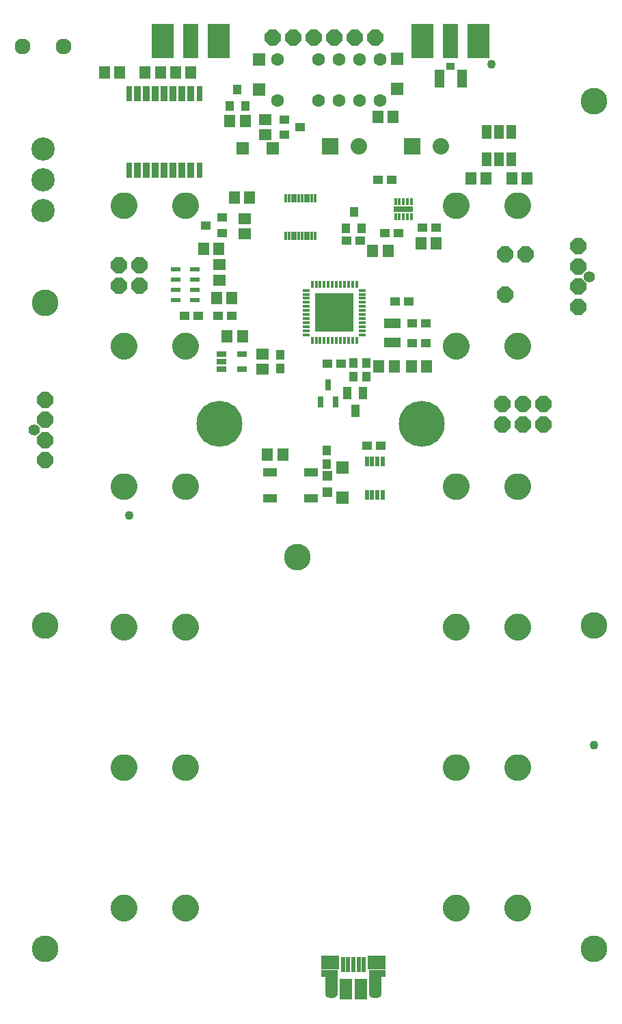
<source format=gbr>
G04 EAGLE Gerber RS-274X export*
G75*
%MOMM*%
%FSLAX34Y34*%
%LPD*%
%INSoldermask Top*%
%IPPOS*%
%AMOC8*
5,1,8,0,0,1.08239X$1,22.5*%
G01*
%ADD10C,1.401600*%
%ADD11R,1.341600X1.601600*%
%ADD12R,1.101600X1.201600*%
%ADD13R,1.601600X1.341600*%
%ADD14R,1.201600X1.101600*%
%ADD15R,1.301600X0.651600*%
%ADD16R,1.501600X1.501600*%
%ADD17R,0.851600X0.351600*%
%ADD18R,0.351600X0.851600*%
%ADD19R,4.801600X4.801600*%
%ADD20R,2.001600X1.201600*%
%ADD21R,1.301600X1.101600*%
%ADD22R,1.301600X0.601600*%
%ADD23R,0.331600X1.031600*%
%ADD24P,2.199416X8X112.500000*%
%ADD25P,2.199416X8X292.500000*%
%ADD26C,5.689600*%
%ADD27C,2.032000*%
%ADD28R,2.032000X2.032000*%
%ADD29R,0.355600X0.812800*%
%ADD30R,2.489200X0.736600*%
%ADD31R,1.526541X2.601594*%
%ADD32R,0.501600X1.851600*%
%ADD33R,2.197100X1.663700*%
%ADD34C,1.101600*%
%ADD35R,1.270000X1.701800*%
%ADD36R,0.660400X1.371600*%
%ADD37C,2.413000*%
%ADD38R,1.151600X2.301600*%
%ADD39R,1.101600X0.901600*%
%ADD40R,0.901600X1.901600*%
%ADD41R,0.801600X1.901600*%
%ADD42R,1.879600X4.292600*%
%ADD43R,2.768600X4.292600*%
%ADD44R,1.752600X1.101600*%
%ADD45R,0.501600X1.301600*%
%ADD46R,1.301600X1.301600*%
%ADD47C,1.601600*%
%ADD48R,1.101600X1.301600*%
%ADD49P,2.199416X8X22.500000*%
%ADD50R,1.101600X1.501600*%
%ADD51C,3.301600*%
%ADD52C,2.882900*%
%ADD53C,1.955800*%

G36*
X611318Y139205D02*
X611318Y139205D01*
X611319Y139205D01*
X612421Y139329D01*
X612421Y139330D01*
X612422Y139329D01*
X613469Y139696D01*
X613470Y139696D01*
X614409Y140286D01*
X614409Y140287D01*
X614410Y140287D01*
X615194Y141071D01*
X615194Y141072D01*
X615195Y141072D01*
X615785Y142011D01*
X615785Y142012D01*
X616152Y143059D01*
X616151Y143060D01*
X616152Y143060D01*
X616276Y144162D01*
X616276Y144163D01*
X616276Y164859D01*
X621605Y164859D01*
X621610Y164863D01*
X621610Y164864D01*
X621610Y173881D01*
X621606Y173886D01*
X621605Y173886D01*
X601158Y173886D01*
X601153Y173882D01*
X601153Y173881D01*
X601153Y144163D01*
X601153Y144162D01*
X601293Y143048D01*
X601294Y143047D01*
X601293Y143047D01*
X601678Y141991D01*
X601678Y141990D01*
X602288Y141046D01*
X602289Y141046D01*
X603093Y140261D01*
X603094Y140261D01*
X604053Y139675D01*
X604054Y139675D01*
X605119Y139317D01*
X605120Y139317D01*
X606238Y139205D01*
X611318Y139205D01*
X611318Y139205D01*
G37*
G36*
X556962Y139205D02*
X556962Y139205D01*
X556963Y139205D01*
X558080Y139317D01*
X558081Y139317D01*
X559146Y139675D01*
X559147Y139675D01*
X560106Y140261D01*
X560107Y140261D01*
X560911Y141046D01*
X560912Y141046D01*
X561522Y141990D01*
X561522Y141991D01*
X561907Y143047D01*
X561907Y143048D01*
X561907Y143050D01*
X561915Y143115D01*
X561916Y143120D01*
X561917Y143125D01*
X561917Y143130D01*
X561918Y143135D01*
X561919Y143140D01*
X561919Y143145D01*
X561920Y143150D01*
X561920Y143155D01*
X561921Y143159D01*
X561921Y143160D01*
X561922Y143164D01*
X561922Y143165D01*
X561930Y143229D01*
X561930Y143234D01*
X561931Y143239D01*
X561932Y143244D01*
X561932Y143249D01*
X561933Y143254D01*
X561934Y143259D01*
X561934Y143264D01*
X561935Y143269D01*
X561935Y143274D01*
X561936Y143279D01*
X561944Y143343D01*
X561945Y143348D01*
X561945Y143353D01*
X561946Y143358D01*
X561947Y143363D01*
X561947Y143368D01*
X561948Y143373D01*
X561949Y143378D01*
X561949Y143383D01*
X561950Y143388D01*
X561950Y143393D01*
X561958Y143458D01*
X561959Y143458D01*
X561959Y143463D01*
X561960Y143468D01*
X561960Y143473D01*
X561961Y143477D01*
X561961Y143478D01*
X561962Y143482D01*
X561962Y143483D01*
X561962Y143487D01*
X561963Y143492D01*
X561963Y143497D01*
X561964Y143497D01*
X561963Y143497D01*
X561964Y143502D01*
X561965Y143507D01*
X561973Y143572D01*
X561973Y143577D01*
X561974Y143582D01*
X561975Y143587D01*
X561975Y143592D01*
X561976Y143597D01*
X561977Y143602D01*
X561977Y143607D01*
X561978Y143612D01*
X561978Y143617D01*
X561979Y143622D01*
X561987Y143681D01*
X561987Y143686D01*
X561988Y143691D01*
X561988Y143696D01*
X561989Y143701D01*
X561990Y143706D01*
X561990Y143711D01*
X561991Y143716D01*
X561992Y143721D01*
X561992Y143726D01*
X561993Y143731D01*
X561993Y143736D01*
X562001Y143795D01*
X562001Y143796D01*
X562002Y143800D01*
X562002Y143801D01*
X562002Y143805D01*
X562003Y143810D01*
X562003Y143815D01*
X562004Y143820D01*
X562005Y143825D01*
X562005Y143830D01*
X562006Y143835D01*
X562007Y143840D01*
X562007Y143845D01*
X562008Y143850D01*
X562015Y143910D01*
X562016Y143915D01*
X562016Y143920D01*
X562017Y143920D01*
X562016Y143920D01*
X562017Y143925D01*
X562018Y143930D01*
X562018Y143935D01*
X562019Y143940D01*
X562020Y143945D01*
X562020Y143950D01*
X562021Y143954D01*
X562021Y143955D01*
X562021Y143959D01*
X562022Y143959D01*
X562021Y143960D01*
X562022Y143964D01*
X562030Y144024D01*
X562030Y144029D01*
X562031Y144034D01*
X562031Y144039D01*
X562032Y144044D01*
X562033Y144049D01*
X562033Y144054D01*
X562034Y144059D01*
X562035Y144064D01*
X562035Y144069D01*
X562036Y144074D01*
X562036Y144079D01*
X562044Y144138D01*
X562045Y144143D01*
X562045Y144148D01*
X562046Y144153D01*
X562046Y144158D01*
X562047Y144162D01*
X562047Y144163D01*
X562047Y173881D01*
X562043Y173886D01*
X562042Y173886D01*
X541595Y173886D01*
X541590Y173882D01*
X541590Y173881D01*
X541590Y164864D01*
X541594Y164859D01*
X541595Y164859D01*
X546924Y164859D01*
X546924Y144163D01*
X546924Y144162D01*
X547048Y143060D01*
X547049Y143060D01*
X547048Y143059D01*
X547415Y142012D01*
X547415Y142011D01*
X548005Y141072D01*
X548006Y141072D01*
X548006Y141071D01*
X548790Y140287D01*
X548791Y140287D01*
X548791Y140286D01*
X549730Y139696D01*
X549731Y139696D01*
X550778Y139329D01*
X550779Y139330D01*
X550779Y139329D01*
X551881Y139205D01*
X551882Y139205D01*
X556962Y139205D01*
X556962Y139205D01*
G37*
D10*
X873400Y1032500D03*
X186600Y842500D03*
D11*
X425410Y958450D03*
X444410Y958450D03*
D12*
X491420Y935520D03*
X491420Y918520D03*
D13*
X469200Y936520D03*
X469200Y917520D03*
D14*
X633420Y1001310D03*
X650420Y1001310D03*
D15*
X418099Y936520D03*
X418099Y927020D03*
X418099Y917520D03*
X444101Y917520D03*
X444101Y936520D03*
D16*
X481670Y1191180D03*
X444670Y1191180D03*
D17*
X592850Y960480D03*
X592850Y965480D03*
X592850Y970480D03*
X592850Y975480D03*
X592850Y980480D03*
X592850Y985480D03*
X592850Y990480D03*
X592850Y995480D03*
X592850Y1000480D03*
X592850Y1005480D03*
X592850Y1010480D03*
D18*
X585600Y1022730D03*
X580600Y1022730D03*
X575600Y1022730D03*
X570600Y1022730D03*
X565600Y1022730D03*
X560600Y1022730D03*
X555600Y1022730D03*
X550600Y1022730D03*
X545600Y1022730D03*
X540600Y1022730D03*
X535600Y1022730D03*
D17*
X523350Y1015480D03*
X523350Y1010480D03*
X523350Y1005480D03*
X523350Y1000480D03*
X523350Y995480D03*
X523350Y990480D03*
X523350Y985480D03*
X523350Y980480D03*
X523350Y975480D03*
X523350Y970480D03*
X523350Y965480D03*
D18*
X530600Y953230D03*
X535600Y953230D03*
X540600Y953230D03*
X545600Y953230D03*
X550600Y953230D03*
X555600Y953230D03*
X560600Y953230D03*
X565600Y953230D03*
X570600Y953230D03*
X575600Y953230D03*
X580600Y953230D03*
D19*
X558100Y987980D03*
D17*
X592850Y1015480D03*
D18*
X530600Y1022730D03*
D17*
X523350Y960480D03*
D18*
X585600Y953230D03*
D14*
X566600Y924480D03*
X549600Y924480D03*
X654380Y949880D03*
X671380Y949880D03*
X654380Y974640D03*
X671380Y974640D03*
D20*
X629860Y950580D03*
X629860Y974580D03*
D11*
X624750Y1064180D03*
X605750Y1064180D03*
X396200Y1066720D03*
X415200Y1066720D03*
X434300Y1130220D03*
X453300Y1130220D03*
D21*
X398880Y1095930D03*
X418880Y1105430D03*
X418880Y1086430D03*
D13*
X446980Y1104160D03*
X446980Y1085160D03*
D22*
X385630Y1003520D03*
X385630Y1016020D03*
X385630Y1028520D03*
X385630Y1041020D03*
X361630Y1003520D03*
X361630Y1016020D03*
X361630Y1028520D03*
X361630Y1041020D03*
D23*
X534010Y1129770D03*
X534010Y1083070D03*
X530010Y1129770D03*
X530010Y1083070D03*
X526010Y1129770D03*
X526010Y1083070D03*
X522010Y1129770D03*
X522010Y1083070D03*
X518010Y1129770D03*
X518010Y1083070D03*
X514010Y1129770D03*
X514010Y1083070D03*
X510010Y1129770D03*
X510010Y1083070D03*
X506010Y1129770D03*
X506010Y1083070D03*
X502010Y1129770D03*
X502010Y1083070D03*
X498010Y1129770D03*
X498010Y1083070D03*
D24*
X316800Y1046080D03*
X291400Y1046080D03*
D25*
X291400Y1020680D03*
X316800Y1020680D03*
D13*
X415860Y1047010D03*
X415860Y1028010D03*
D24*
X766100Y874910D03*
X791500Y874910D03*
D26*
X416010Y850410D03*
X666000Y850410D03*
D27*
X588301Y1193720D03*
D28*
X553299Y1193720D03*
D27*
X689901Y1193720D03*
D28*
X654899Y1193720D03*
D25*
X860000Y1045000D03*
X795000Y1060000D03*
D24*
X860000Y1020000D03*
D25*
X770000Y1060000D03*
D24*
X860000Y995000D03*
X770000Y1010000D03*
D29*
X633914Y1106212D03*
X638740Y1106212D03*
X643820Y1106212D03*
X648900Y1106212D03*
X653726Y1106212D03*
X653726Y1125008D03*
X648900Y1125008D03*
X643820Y1125008D03*
X638740Y1125008D03*
X633914Y1125008D03*
D30*
X643820Y1115610D03*
D14*
X620720Y1086400D03*
X637720Y1086400D03*
D11*
X727040Y1154030D03*
X746040Y1154030D03*
D14*
X612460Y1152440D03*
X629460Y1152440D03*
D11*
X665120Y1073380D03*
X684120Y1073380D03*
X611780Y1229910D03*
X630780Y1229910D03*
D31*
X591225Y149900D03*
X571975Y149900D03*
D32*
X581600Y180650D03*
X588100Y180650D03*
X575100Y180650D03*
X594600Y180650D03*
X568600Y180650D03*
D33*
X552581Y182708D03*
X610620Y182708D03*
D34*
X304100Y736200D03*
X752660Y1295000D03*
D14*
X389440Y983850D03*
X372440Y983850D03*
X414340Y983850D03*
X431340Y983850D03*
D35*
X777180Y1211500D03*
X761940Y1211500D03*
X746700Y1211500D03*
D36*
X540762Y877236D03*
X559558Y877236D03*
X550160Y898064D03*
D37*
X293104Y1120690D02*
X293106Y1120816D01*
X293112Y1120942D01*
X293122Y1121068D01*
X293136Y1121193D01*
X293153Y1121318D01*
X293175Y1121443D01*
X293201Y1121566D01*
X293230Y1121689D01*
X293263Y1121810D01*
X293301Y1121931D01*
X293341Y1122050D01*
X293386Y1122168D01*
X293434Y1122285D01*
X293486Y1122400D01*
X293542Y1122513D01*
X293601Y1122625D01*
X293663Y1122734D01*
X293729Y1122842D01*
X293798Y1122947D01*
X293871Y1123051D01*
X293947Y1123151D01*
X294026Y1123250D01*
X294108Y1123346D01*
X294192Y1123439D01*
X294280Y1123530D01*
X294371Y1123618D01*
X294464Y1123702D01*
X294560Y1123784D01*
X294659Y1123863D01*
X294759Y1123939D01*
X294863Y1124012D01*
X294968Y1124081D01*
X295076Y1124147D01*
X295185Y1124209D01*
X295297Y1124268D01*
X295410Y1124324D01*
X295525Y1124376D01*
X295642Y1124424D01*
X295760Y1124469D01*
X295879Y1124509D01*
X296000Y1124547D01*
X296121Y1124580D01*
X296244Y1124609D01*
X296367Y1124635D01*
X296492Y1124657D01*
X296617Y1124674D01*
X296742Y1124688D01*
X296868Y1124698D01*
X296994Y1124704D01*
X297120Y1124706D01*
X297246Y1124704D01*
X297372Y1124698D01*
X297498Y1124688D01*
X297623Y1124674D01*
X297748Y1124657D01*
X297873Y1124635D01*
X297996Y1124609D01*
X298119Y1124580D01*
X298240Y1124547D01*
X298361Y1124509D01*
X298480Y1124469D01*
X298598Y1124424D01*
X298715Y1124376D01*
X298830Y1124324D01*
X298943Y1124268D01*
X299055Y1124209D01*
X299164Y1124147D01*
X299272Y1124081D01*
X299377Y1124012D01*
X299481Y1123939D01*
X299581Y1123863D01*
X299680Y1123784D01*
X299776Y1123702D01*
X299869Y1123618D01*
X299960Y1123530D01*
X300048Y1123439D01*
X300132Y1123346D01*
X300214Y1123250D01*
X300293Y1123151D01*
X300369Y1123051D01*
X300442Y1122947D01*
X300511Y1122842D01*
X300577Y1122734D01*
X300639Y1122625D01*
X300698Y1122513D01*
X300754Y1122400D01*
X300806Y1122285D01*
X300854Y1122168D01*
X300899Y1122050D01*
X300939Y1121931D01*
X300977Y1121810D01*
X301010Y1121689D01*
X301039Y1121566D01*
X301065Y1121443D01*
X301087Y1121318D01*
X301104Y1121193D01*
X301118Y1121068D01*
X301128Y1120942D01*
X301134Y1120816D01*
X301136Y1120690D01*
X301134Y1120564D01*
X301128Y1120438D01*
X301118Y1120312D01*
X301104Y1120187D01*
X301087Y1120062D01*
X301065Y1119937D01*
X301039Y1119814D01*
X301010Y1119691D01*
X300977Y1119570D01*
X300939Y1119449D01*
X300899Y1119330D01*
X300854Y1119212D01*
X300806Y1119095D01*
X300754Y1118980D01*
X300698Y1118867D01*
X300639Y1118755D01*
X300577Y1118646D01*
X300511Y1118538D01*
X300442Y1118433D01*
X300369Y1118329D01*
X300293Y1118229D01*
X300214Y1118130D01*
X300132Y1118034D01*
X300048Y1117941D01*
X299960Y1117850D01*
X299869Y1117762D01*
X299776Y1117678D01*
X299680Y1117596D01*
X299581Y1117517D01*
X299481Y1117441D01*
X299377Y1117368D01*
X299272Y1117299D01*
X299164Y1117233D01*
X299055Y1117171D01*
X298943Y1117112D01*
X298830Y1117056D01*
X298715Y1117004D01*
X298598Y1116956D01*
X298480Y1116911D01*
X298361Y1116871D01*
X298240Y1116833D01*
X298119Y1116800D01*
X297996Y1116771D01*
X297873Y1116745D01*
X297748Y1116723D01*
X297623Y1116706D01*
X297498Y1116692D01*
X297372Y1116682D01*
X297246Y1116676D01*
X297120Y1116674D01*
X296994Y1116676D01*
X296868Y1116682D01*
X296742Y1116692D01*
X296617Y1116706D01*
X296492Y1116723D01*
X296367Y1116745D01*
X296244Y1116771D01*
X296121Y1116800D01*
X296000Y1116833D01*
X295879Y1116871D01*
X295760Y1116911D01*
X295642Y1116956D01*
X295525Y1117004D01*
X295410Y1117056D01*
X295297Y1117112D01*
X295185Y1117171D01*
X295076Y1117233D01*
X294968Y1117299D01*
X294863Y1117368D01*
X294759Y1117441D01*
X294659Y1117517D01*
X294560Y1117596D01*
X294464Y1117678D01*
X294371Y1117762D01*
X294280Y1117850D01*
X294192Y1117941D01*
X294108Y1118034D01*
X294026Y1118130D01*
X293947Y1118229D01*
X293871Y1118329D01*
X293798Y1118433D01*
X293729Y1118538D01*
X293663Y1118646D01*
X293601Y1118755D01*
X293542Y1118867D01*
X293486Y1118980D01*
X293434Y1119095D01*
X293386Y1119212D01*
X293341Y1119330D01*
X293301Y1119449D01*
X293263Y1119570D01*
X293230Y1119691D01*
X293201Y1119814D01*
X293175Y1119937D01*
X293153Y1120062D01*
X293136Y1120187D01*
X293122Y1120312D01*
X293112Y1120438D01*
X293106Y1120564D01*
X293104Y1120690D01*
X369304Y1120690D02*
X369306Y1120816D01*
X369312Y1120942D01*
X369322Y1121068D01*
X369336Y1121193D01*
X369353Y1121318D01*
X369375Y1121443D01*
X369401Y1121566D01*
X369430Y1121689D01*
X369463Y1121810D01*
X369501Y1121931D01*
X369541Y1122050D01*
X369586Y1122168D01*
X369634Y1122285D01*
X369686Y1122400D01*
X369742Y1122513D01*
X369801Y1122625D01*
X369863Y1122734D01*
X369929Y1122842D01*
X369998Y1122947D01*
X370071Y1123051D01*
X370147Y1123151D01*
X370226Y1123250D01*
X370308Y1123346D01*
X370392Y1123439D01*
X370480Y1123530D01*
X370571Y1123618D01*
X370664Y1123702D01*
X370760Y1123784D01*
X370859Y1123863D01*
X370959Y1123939D01*
X371063Y1124012D01*
X371168Y1124081D01*
X371276Y1124147D01*
X371385Y1124209D01*
X371497Y1124268D01*
X371610Y1124324D01*
X371725Y1124376D01*
X371842Y1124424D01*
X371960Y1124469D01*
X372079Y1124509D01*
X372200Y1124547D01*
X372321Y1124580D01*
X372444Y1124609D01*
X372567Y1124635D01*
X372692Y1124657D01*
X372817Y1124674D01*
X372942Y1124688D01*
X373068Y1124698D01*
X373194Y1124704D01*
X373320Y1124706D01*
X373446Y1124704D01*
X373572Y1124698D01*
X373698Y1124688D01*
X373823Y1124674D01*
X373948Y1124657D01*
X374073Y1124635D01*
X374196Y1124609D01*
X374319Y1124580D01*
X374440Y1124547D01*
X374561Y1124509D01*
X374680Y1124469D01*
X374798Y1124424D01*
X374915Y1124376D01*
X375030Y1124324D01*
X375143Y1124268D01*
X375255Y1124209D01*
X375364Y1124147D01*
X375472Y1124081D01*
X375577Y1124012D01*
X375681Y1123939D01*
X375781Y1123863D01*
X375880Y1123784D01*
X375976Y1123702D01*
X376069Y1123618D01*
X376160Y1123530D01*
X376248Y1123439D01*
X376332Y1123346D01*
X376414Y1123250D01*
X376493Y1123151D01*
X376569Y1123051D01*
X376642Y1122947D01*
X376711Y1122842D01*
X376777Y1122734D01*
X376839Y1122625D01*
X376898Y1122513D01*
X376954Y1122400D01*
X377006Y1122285D01*
X377054Y1122168D01*
X377099Y1122050D01*
X377139Y1121931D01*
X377177Y1121810D01*
X377210Y1121689D01*
X377239Y1121566D01*
X377265Y1121443D01*
X377287Y1121318D01*
X377304Y1121193D01*
X377318Y1121068D01*
X377328Y1120942D01*
X377334Y1120816D01*
X377336Y1120690D01*
X377334Y1120564D01*
X377328Y1120438D01*
X377318Y1120312D01*
X377304Y1120187D01*
X377287Y1120062D01*
X377265Y1119937D01*
X377239Y1119814D01*
X377210Y1119691D01*
X377177Y1119570D01*
X377139Y1119449D01*
X377099Y1119330D01*
X377054Y1119212D01*
X377006Y1119095D01*
X376954Y1118980D01*
X376898Y1118867D01*
X376839Y1118755D01*
X376777Y1118646D01*
X376711Y1118538D01*
X376642Y1118433D01*
X376569Y1118329D01*
X376493Y1118229D01*
X376414Y1118130D01*
X376332Y1118034D01*
X376248Y1117941D01*
X376160Y1117850D01*
X376069Y1117762D01*
X375976Y1117678D01*
X375880Y1117596D01*
X375781Y1117517D01*
X375681Y1117441D01*
X375577Y1117368D01*
X375472Y1117299D01*
X375364Y1117233D01*
X375255Y1117171D01*
X375143Y1117112D01*
X375030Y1117056D01*
X374915Y1117004D01*
X374798Y1116956D01*
X374680Y1116911D01*
X374561Y1116871D01*
X374440Y1116833D01*
X374319Y1116800D01*
X374196Y1116771D01*
X374073Y1116745D01*
X373948Y1116723D01*
X373823Y1116706D01*
X373698Y1116692D01*
X373572Y1116682D01*
X373446Y1116676D01*
X373320Y1116674D01*
X373194Y1116676D01*
X373068Y1116682D01*
X372942Y1116692D01*
X372817Y1116706D01*
X372692Y1116723D01*
X372567Y1116745D01*
X372444Y1116771D01*
X372321Y1116800D01*
X372200Y1116833D01*
X372079Y1116871D01*
X371960Y1116911D01*
X371842Y1116956D01*
X371725Y1117004D01*
X371610Y1117056D01*
X371497Y1117112D01*
X371385Y1117171D01*
X371276Y1117233D01*
X371168Y1117299D01*
X371063Y1117368D01*
X370959Y1117441D01*
X370859Y1117517D01*
X370760Y1117596D01*
X370664Y1117678D01*
X370571Y1117762D01*
X370480Y1117850D01*
X370392Y1117941D01*
X370308Y1118034D01*
X370226Y1118130D01*
X370147Y1118229D01*
X370071Y1118329D01*
X369998Y1118433D01*
X369929Y1118538D01*
X369863Y1118646D01*
X369801Y1118755D01*
X369742Y1118867D01*
X369686Y1118980D01*
X369634Y1119095D01*
X369586Y1119212D01*
X369541Y1119330D01*
X369501Y1119449D01*
X369463Y1119570D01*
X369430Y1119691D01*
X369401Y1119814D01*
X369375Y1119937D01*
X369353Y1120062D01*
X369336Y1120187D01*
X369322Y1120312D01*
X369312Y1120438D01*
X369306Y1120564D01*
X369304Y1120690D01*
X704584Y1120690D02*
X704586Y1120816D01*
X704592Y1120942D01*
X704602Y1121068D01*
X704616Y1121193D01*
X704633Y1121318D01*
X704655Y1121443D01*
X704681Y1121566D01*
X704710Y1121689D01*
X704743Y1121810D01*
X704781Y1121931D01*
X704821Y1122050D01*
X704866Y1122168D01*
X704914Y1122285D01*
X704966Y1122400D01*
X705022Y1122513D01*
X705081Y1122625D01*
X705143Y1122734D01*
X705209Y1122842D01*
X705278Y1122947D01*
X705351Y1123051D01*
X705427Y1123151D01*
X705506Y1123250D01*
X705588Y1123346D01*
X705672Y1123439D01*
X705760Y1123530D01*
X705851Y1123618D01*
X705944Y1123702D01*
X706040Y1123784D01*
X706139Y1123863D01*
X706239Y1123939D01*
X706343Y1124012D01*
X706448Y1124081D01*
X706556Y1124147D01*
X706665Y1124209D01*
X706777Y1124268D01*
X706890Y1124324D01*
X707005Y1124376D01*
X707122Y1124424D01*
X707240Y1124469D01*
X707359Y1124509D01*
X707480Y1124547D01*
X707601Y1124580D01*
X707724Y1124609D01*
X707847Y1124635D01*
X707972Y1124657D01*
X708097Y1124674D01*
X708222Y1124688D01*
X708348Y1124698D01*
X708474Y1124704D01*
X708600Y1124706D01*
X708726Y1124704D01*
X708852Y1124698D01*
X708978Y1124688D01*
X709103Y1124674D01*
X709228Y1124657D01*
X709353Y1124635D01*
X709476Y1124609D01*
X709599Y1124580D01*
X709720Y1124547D01*
X709841Y1124509D01*
X709960Y1124469D01*
X710078Y1124424D01*
X710195Y1124376D01*
X710310Y1124324D01*
X710423Y1124268D01*
X710535Y1124209D01*
X710644Y1124147D01*
X710752Y1124081D01*
X710857Y1124012D01*
X710961Y1123939D01*
X711061Y1123863D01*
X711160Y1123784D01*
X711256Y1123702D01*
X711349Y1123618D01*
X711440Y1123530D01*
X711528Y1123439D01*
X711612Y1123346D01*
X711694Y1123250D01*
X711773Y1123151D01*
X711849Y1123051D01*
X711922Y1122947D01*
X711991Y1122842D01*
X712057Y1122734D01*
X712119Y1122625D01*
X712178Y1122513D01*
X712234Y1122400D01*
X712286Y1122285D01*
X712334Y1122168D01*
X712379Y1122050D01*
X712419Y1121931D01*
X712457Y1121810D01*
X712490Y1121689D01*
X712519Y1121566D01*
X712545Y1121443D01*
X712567Y1121318D01*
X712584Y1121193D01*
X712598Y1121068D01*
X712608Y1120942D01*
X712614Y1120816D01*
X712616Y1120690D01*
X712614Y1120564D01*
X712608Y1120438D01*
X712598Y1120312D01*
X712584Y1120187D01*
X712567Y1120062D01*
X712545Y1119937D01*
X712519Y1119814D01*
X712490Y1119691D01*
X712457Y1119570D01*
X712419Y1119449D01*
X712379Y1119330D01*
X712334Y1119212D01*
X712286Y1119095D01*
X712234Y1118980D01*
X712178Y1118867D01*
X712119Y1118755D01*
X712057Y1118646D01*
X711991Y1118538D01*
X711922Y1118433D01*
X711849Y1118329D01*
X711773Y1118229D01*
X711694Y1118130D01*
X711612Y1118034D01*
X711528Y1117941D01*
X711440Y1117850D01*
X711349Y1117762D01*
X711256Y1117678D01*
X711160Y1117596D01*
X711061Y1117517D01*
X710961Y1117441D01*
X710857Y1117368D01*
X710752Y1117299D01*
X710644Y1117233D01*
X710535Y1117171D01*
X710423Y1117112D01*
X710310Y1117056D01*
X710195Y1117004D01*
X710078Y1116956D01*
X709960Y1116911D01*
X709841Y1116871D01*
X709720Y1116833D01*
X709599Y1116800D01*
X709476Y1116771D01*
X709353Y1116745D01*
X709228Y1116723D01*
X709103Y1116706D01*
X708978Y1116692D01*
X708852Y1116682D01*
X708726Y1116676D01*
X708600Y1116674D01*
X708474Y1116676D01*
X708348Y1116682D01*
X708222Y1116692D01*
X708097Y1116706D01*
X707972Y1116723D01*
X707847Y1116745D01*
X707724Y1116771D01*
X707601Y1116800D01*
X707480Y1116833D01*
X707359Y1116871D01*
X707240Y1116911D01*
X707122Y1116956D01*
X707005Y1117004D01*
X706890Y1117056D01*
X706777Y1117112D01*
X706665Y1117171D01*
X706556Y1117233D01*
X706448Y1117299D01*
X706343Y1117368D01*
X706239Y1117441D01*
X706139Y1117517D01*
X706040Y1117596D01*
X705944Y1117678D01*
X705851Y1117762D01*
X705760Y1117850D01*
X705672Y1117941D01*
X705588Y1118034D01*
X705506Y1118130D01*
X705427Y1118229D01*
X705351Y1118329D01*
X705278Y1118433D01*
X705209Y1118538D01*
X705143Y1118646D01*
X705081Y1118755D01*
X705022Y1118867D01*
X704966Y1118980D01*
X704914Y1119095D01*
X704866Y1119212D01*
X704821Y1119330D01*
X704781Y1119449D01*
X704743Y1119570D01*
X704710Y1119691D01*
X704681Y1119814D01*
X704655Y1119937D01*
X704633Y1120062D01*
X704616Y1120187D01*
X704602Y1120312D01*
X704592Y1120438D01*
X704586Y1120564D01*
X704584Y1120690D01*
X780784Y1120690D02*
X780786Y1120816D01*
X780792Y1120942D01*
X780802Y1121068D01*
X780816Y1121193D01*
X780833Y1121318D01*
X780855Y1121443D01*
X780881Y1121566D01*
X780910Y1121689D01*
X780943Y1121810D01*
X780981Y1121931D01*
X781021Y1122050D01*
X781066Y1122168D01*
X781114Y1122285D01*
X781166Y1122400D01*
X781222Y1122513D01*
X781281Y1122625D01*
X781343Y1122734D01*
X781409Y1122842D01*
X781478Y1122947D01*
X781551Y1123051D01*
X781627Y1123151D01*
X781706Y1123250D01*
X781788Y1123346D01*
X781872Y1123439D01*
X781960Y1123530D01*
X782051Y1123618D01*
X782144Y1123702D01*
X782240Y1123784D01*
X782339Y1123863D01*
X782439Y1123939D01*
X782543Y1124012D01*
X782648Y1124081D01*
X782756Y1124147D01*
X782865Y1124209D01*
X782977Y1124268D01*
X783090Y1124324D01*
X783205Y1124376D01*
X783322Y1124424D01*
X783440Y1124469D01*
X783559Y1124509D01*
X783680Y1124547D01*
X783801Y1124580D01*
X783924Y1124609D01*
X784047Y1124635D01*
X784172Y1124657D01*
X784297Y1124674D01*
X784422Y1124688D01*
X784548Y1124698D01*
X784674Y1124704D01*
X784800Y1124706D01*
X784926Y1124704D01*
X785052Y1124698D01*
X785178Y1124688D01*
X785303Y1124674D01*
X785428Y1124657D01*
X785553Y1124635D01*
X785676Y1124609D01*
X785799Y1124580D01*
X785920Y1124547D01*
X786041Y1124509D01*
X786160Y1124469D01*
X786278Y1124424D01*
X786395Y1124376D01*
X786510Y1124324D01*
X786623Y1124268D01*
X786735Y1124209D01*
X786844Y1124147D01*
X786952Y1124081D01*
X787057Y1124012D01*
X787161Y1123939D01*
X787261Y1123863D01*
X787360Y1123784D01*
X787456Y1123702D01*
X787549Y1123618D01*
X787640Y1123530D01*
X787728Y1123439D01*
X787812Y1123346D01*
X787894Y1123250D01*
X787973Y1123151D01*
X788049Y1123051D01*
X788122Y1122947D01*
X788191Y1122842D01*
X788257Y1122734D01*
X788319Y1122625D01*
X788378Y1122513D01*
X788434Y1122400D01*
X788486Y1122285D01*
X788534Y1122168D01*
X788579Y1122050D01*
X788619Y1121931D01*
X788657Y1121810D01*
X788690Y1121689D01*
X788719Y1121566D01*
X788745Y1121443D01*
X788767Y1121318D01*
X788784Y1121193D01*
X788798Y1121068D01*
X788808Y1120942D01*
X788814Y1120816D01*
X788816Y1120690D01*
X788814Y1120564D01*
X788808Y1120438D01*
X788798Y1120312D01*
X788784Y1120187D01*
X788767Y1120062D01*
X788745Y1119937D01*
X788719Y1119814D01*
X788690Y1119691D01*
X788657Y1119570D01*
X788619Y1119449D01*
X788579Y1119330D01*
X788534Y1119212D01*
X788486Y1119095D01*
X788434Y1118980D01*
X788378Y1118867D01*
X788319Y1118755D01*
X788257Y1118646D01*
X788191Y1118538D01*
X788122Y1118433D01*
X788049Y1118329D01*
X787973Y1118229D01*
X787894Y1118130D01*
X787812Y1118034D01*
X787728Y1117941D01*
X787640Y1117850D01*
X787549Y1117762D01*
X787456Y1117678D01*
X787360Y1117596D01*
X787261Y1117517D01*
X787161Y1117441D01*
X787057Y1117368D01*
X786952Y1117299D01*
X786844Y1117233D01*
X786735Y1117171D01*
X786623Y1117112D01*
X786510Y1117056D01*
X786395Y1117004D01*
X786278Y1116956D01*
X786160Y1116911D01*
X786041Y1116871D01*
X785920Y1116833D01*
X785799Y1116800D01*
X785676Y1116771D01*
X785553Y1116745D01*
X785428Y1116723D01*
X785303Y1116706D01*
X785178Y1116692D01*
X785052Y1116682D01*
X784926Y1116676D01*
X784800Y1116674D01*
X784674Y1116676D01*
X784548Y1116682D01*
X784422Y1116692D01*
X784297Y1116706D01*
X784172Y1116723D01*
X784047Y1116745D01*
X783924Y1116771D01*
X783801Y1116800D01*
X783680Y1116833D01*
X783559Y1116871D01*
X783440Y1116911D01*
X783322Y1116956D01*
X783205Y1117004D01*
X783090Y1117056D01*
X782977Y1117112D01*
X782865Y1117171D01*
X782756Y1117233D01*
X782648Y1117299D01*
X782543Y1117368D01*
X782439Y1117441D01*
X782339Y1117517D01*
X782240Y1117596D01*
X782144Y1117678D01*
X782051Y1117762D01*
X781960Y1117850D01*
X781872Y1117941D01*
X781788Y1118034D01*
X781706Y1118130D01*
X781627Y1118229D01*
X781551Y1118329D01*
X781478Y1118433D01*
X781409Y1118538D01*
X781343Y1118646D01*
X781281Y1118755D01*
X781222Y1118867D01*
X781166Y1118980D01*
X781114Y1119095D01*
X781066Y1119212D01*
X781021Y1119330D01*
X780981Y1119449D01*
X780943Y1119570D01*
X780910Y1119691D01*
X780881Y1119814D01*
X780855Y1119937D01*
X780833Y1120062D01*
X780816Y1120187D01*
X780802Y1120312D01*
X780792Y1120438D01*
X780786Y1120564D01*
X780784Y1120690D01*
X780784Y946700D02*
X780786Y946826D01*
X780792Y946952D01*
X780802Y947078D01*
X780816Y947203D01*
X780833Y947328D01*
X780855Y947453D01*
X780881Y947576D01*
X780910Y947699D01*
X780943Y947820D01*
X780981Y947941D01*
X781021Y948060D01*
X781066Y948178D01*
X781114Y948295D01*
X781166Y948410D01*
X781222Y948523D01*
X781281Y948635D01*
X781343Y948744D01*
X781409Y948852D01*
X781478Y948957D01*
X781551Y949061D01*
X781627Y949161D01*
X781706Y949260D01*
X781788Y949356D01*
X781872Y949449D01*
X781960Y949540D01*
X782051Y949628D01*
X782144Y949712D01*
X782240Y949794D01*
X782339Y949873D01*
X782439Y949949D01*
X782543Y950022D01*
X782648Y950091D01*
X782756Y950157D01*
X782865Y950219D01*
X782977Y950278D01*
X783090Y950334D01*
X783205Y950386D01*
X783322Y950434D01*
X783440Y950479D01*
X783559Y950519D01*
X783680Y950557D01*
X783801Y950590D01*
X783924Y950619D01*
X784047Y950645D01*
X784172Y950667D01*
X784297Y950684D01*
X784422Y950698D01*
X784548Y950708D01*
X784674Y950714D01*
X784800Y950716D01*
X784926Y950714D01*
X785052Y950708D01*
X785178Y950698D01*
X785303Y950684D01*
X785428Y950667D01*
X785553Y950645D01*
X785676Y950619D01*
X785799Y950590D01*
X785920Y950557D01*
X786041Y950519D01*
X786160Y950479D01*
X786278Y950434D01*
X786395Y950386D01*
X786510Y950334D01*
X786623Y950278D01*
X786735Y950219D01*
X786844Y950157D01*
X786952Y950091D01*
X787057Y950022D01*
X787161Y949949D01*
X787261Y949873D01*
X787360Y949794D01*
X787456Y949712D01*
X787549Y949628D01*
X787640Y949540D01*
X787728Y949449D01*
X787812Y949356D01*
X787894Y949260D01*
X787973Y949161D01*
X788049Y949061D01*
X788122Y948957D01*
X788191Y948852D01*
X788257Y948744D01*
X788319Y948635D01*
X788378Y948523D01*
X788434Y948410D01*
X788486Y948295D01*
X788534Y948178D01*
X788579Y948060D01*
X788619Y947941D01*
X788657Y947820D01*
X788690Y947699D01*
X788719Y947576D01*
X788745Y947453D01*
X788767Y947328D01*
X788784Y947203D01*
X788798Y947078D01*
X788808Y946952D01*
X788814Y946826D01*
X788816Y946700D01*
X788814Y946574D01*
X788808Y946448D01*
X788798Y946322D01*
X788784Y946197D01*
X788767Y946072D01*
X788745Y945947D01*
X788719Y945824D01*
X788690Y945701D01*
X788657Y945580D01*
X788619Y945459D01*
X788579Y945340D01*
X788534Y945222D01*
X788486Y945105D01*
X788434Y944990D01*
X788378Y944877D01*
X788319Y944765D01*
X788257Y944656D01*
X788191Y944548D01*
X788122Y944443D01*
X788049Y944339D01*
X787973Y944239D01*
X787894Y944140D01*
X787812Y944044D01*
X787728Y943951D01*
X787640Y943860D01*
X787549Y943772D01*
X787456Y943688D01*
X787360Y943606D01*
X787261Y943527D01*
X787161Y943451D01*
X787057Y943378D01*
X786952Y943309D01*
X786844Y943243D01*
X786735Y943181D01*
X786623Y943122D01*
X786510Y943066D01*
X786395Y943014D01*
X786278Y942966D01*
X786160Y942921D01*
X786041Y942881D01*
X785920Y942843D01*
X785799Y942810D01*
X785676Y942781D01*
X785553Y942755D01*
X785428Y942733D01*
X785303Y942716D01*
X785178Y942702D01*
X785052Y942692D01*
X784926Y942686D01*
X784800Y942684D01*
X784674Y942686D01*
X784548Y942692D01*
X784422Y942702D01*
X784297Y942716D01*
X784172Y942733D01*
X784047Y942755D01*
X783924Y942781D01*
X783801Y942810D01*
X783680Y942843D01*
X783559Y942881D01*
X783440Y942921D01*
X783322Y942966D01*
X783205Y943014D01*
X783090Y943066D01*
X782977Y943122D01*
X782865Y943181D01*
X782756Y943243D01*
X782648Y943309D01*
X782543Y943378D01*
X782439Y943451D01*
X782339Y943527D01*
X782240Y943606D01*
X782144Y943688D01*
X782051Y943772D01*
X781960Y943860D01*
X781872Y943951D01*
X781788Y944044D01*
X781706Y944140D01*
X781627Y944239D01*
X781551Y944339D01*
X781478Y944443D01*
X781409Y944548D01*
X781343Y944656D01*
X781281Y944765D01*
X781222Y944877D01*
X781166Y944990D01*
X781114Y945105D01*
X781066Y945222D01*
X781021Y945340D01*
X780981Y945459D01*
X780943Y945580D01*
X780910Y945701D01*
X780881Y945824D01*
X780855Y945947D01*
X780833Y946072D01*
X780816Y946197D01*
X780802Y946322D01*
X780792Y946448D01*
X780786Y946574D01*
X780784Y946700D01*
X704584Y946700D02*
X704586Y946826D01*
X704592Y946952D01*
X704602Y947078D01*
X704616Y947203D01*
X704633Y947328D01*
X704655Y947453D01*
X704681Y947576D01*
X704710Y947699D01*
X704743Y947820D01*
X704781Y947941D01*
X704821Y948060D01*
X704866Y948178D01*
X704914Y948295D01*
X704966Y948410D01*
X705022Y948523D01*
X705081Y948635D01*
X705143Y948744D01*
X705209Y948852D01*
X705278Y948957D01*
X705351Y949061D01*
X705427Y949161D01*
X705506Y949260D01*
X705588Y949356D01*
X705672Y949449D01*
X705760Y949540D01*
X705851Y949628D01*
X705944Y949712D01*
X706040Y949794D01*
X706139Y949873D01*
X706239Y949949D01*
X706343Y950022D01*
X706448Y950091D01*
X706556Y950157D01*
X706665Y950219D01*
X706777Y950278D01*
X706890Y950334D01*
X707005Y950386D01*
X707122Y950434D01*
X707240Y950479D01*
X707359Y950519D01*
X707480Y950557D01*
X707601Y950590D01*
X707724Y950619D01*
X707847Y950645D01*
X707972Y950667D01*
X708097Y950684D01*
X708222Y950698D01*
X708348Y950708D01*
X708474Y950714D01*
X708600Y950716D01*
X708726Y950714D01*
X708852Y950708D01*
X708978Y950698D01*
X709103Y950684D01*
X709228Y950667D01*
X709353Y950645D01*
X709476Y950619D01*
X709599Y950590D01*
X709720Y950557D01*
X709841Y950519D01*
X709960Y950479D01*
X710078Y950434D01*
X710195Y950386D01*
X710310Y950334D01*
X710423Y950278D01*
X710535Y950219D01*
X710644Y950157D01*
X710752Y950091D01*
X710857Y950022D01*
X710961Y949949D01*
X711061Y949873D01*
X711160Y949794D01*
X711256Y949712D01*
X711349Y949628D01*
X711440Y949540D01*
X711528Y949449D01*
X711612Y949356D01*
X711694Y949260D01*
X711773Y949161D01*
X711849Y949061D01*
X711922Y948957D01*
X711991Y948852D01*
X712057Y948744D01*
X712119Y948635D01*
X712178Y948523D01*
X712234Y948410D01*
X712286Y948295D01*
X712334Y948178D01*
X712379Y948060D01*
X712419Y947941D01*
X712457Y947820D01*
X712490Y947699D01*
X712519Y947576D01*
X712545Y947453D01*
X712567Y947328D01*
X712584Y947203D01*
X712598Y947078D01*
X712608Y946952D01*
X712614Y946826D01*
X712616Y946700D01*
X712614Y946574D01*
X712608Y946448D01*
X712598Y946322D01*
X712584Y946197D01*
X712567Y946072D01*
X712545Y945947D01*
X712519Y945824D01*
X712490Y945701D01*
X712457Y945580D01*
X712419Y945459D01*
X712379Y945340D01*
X712334Y945222D01*
X712286Y945105D01*
X712234Y944990D01*
X712178Y944877D01*
X712119Y944765D01*
X712057Y944656D01*
X711991Y944548D01*
X711922Y944443D01*
X711849Y944339D01*
X711773Y944239D01*
X711694Y944140D01*
X711612Y944044D01*
X711528Y943951D01*
X711440Y943860D01*
X711349Y943772D01*
X711256Y943688D01*
X711160Y943606D01*
X711061Y943527D01*
X710961Y943451D01*
X710857Y943378D01*
X710752Y943309D01*
X710644Y943243D01*
X710535Y943181D01*
X710423Y943122D01*
X710310Y943066D01*
X710195Y943014D01*
X710078Y942966D01*
X709960Y942921D01*
X709841Y942881D01*
X709720Y942843D01*
X709599Y942810D01*
X709476Y942781D01*
X709353Y942755D01*
X709228Y942733D01*
X709103Y942716D01*
X708978Y942702D01*
X708852Y942692D01*
X708726Y942686D01*
X708600Y942684D01*
X708474Y942686D01*
X708348Y942692D01*
X708222Y942702D01*
X708097Y942716D01*
X707972Y942733D01*
X707847Y942755D01*
X707724Y942781D01*
X707601Y942810D01*
X707480Y942843D01*
X707359Y942881D01*
X707240Y942921D01*
X707122Y942966D01*
X707005Y943014D01*
X706890Y943066D01*
X706777Y943122D01*
X706665Y943181D01*
X706556Y943243D01*
X706448Y943309D01*
X706343Y943378D01*
X706239Y943451D01*
X706139Y943527D01*
X706040Y943606D01*
X705944Y943688D01*
X705851Y943772D01*
X705760Y943860D01*
X705672Y943951D01*
X705588Y944044D01*
X705506Y944140D01*
X705427Y944239D01*
X705351Y944339D01*
X705278Y944443D01*
X705209Y944548D01*
X705143Y944656D01*
X705081Y944765D01*
X705022Y944877D01*
X704966Y944990D01*
X704914Y945105D01*
X704866Y945222D01*
X704821Y945340D01*
X704781Y945459D01*
X704743Y945580D01*
X704710Y945701D01*
X704681Y945824D01*
X704655Y945947D01*
X704633Y946072D01*
X704616Y946197D01*
X704602Y946322D01*
X704592Y946448D01*
X704586Y946574D01*
X704584Y946700D01*
X369304Y946700D02*
X369306Y946826D01*
X369312Y946952D01*
X369322Y947078D01*
X369336Y947203D01*
X369353Y947328D01*
X369375Y947453D01*
X369401Y947576D01*
X369430Y947699D01*
X369463Y947820D01*
X369501Y947941D01*
X369541Y948060D01*
X369586Y948178D01*
X369634Y948295D01*
X369686Y948410D01*
X369742Y948523D01*
X369801Y948635D01*
X369863Y948744D01*
X369929Y948852D01*
X369998Y948957D01*
X370071Y949061D01*
X370147Y949161D01*
X370226Y949260D01*
X370308Y949356D01*
X370392Y949449D01*
X370480Y949540D01*
X370571Y949628D01*
X370664Y949712D01*
X370760Y949794D01*
X370859Y949873D01*
X370959Y949949D01*
X371063Y950022D01*
X371168Y950091D01*
X371276Y950157D01*
X371385Y950219D01*
X371497Y950278D01*
X371610Y950334D01*
X371725Y950386D01*
X371842Y950434D01*
X371960Y950479D01*
X372079Y950519D01*
X372200Y950557D01*
X372321Y950590D01*
X372444Y950619D01*
X372567Y950645D01*
X372692Y950667D01*
X372817Y950684D01*
X372942Y950698D01*
X373068Y950708D01*
X373194Y950714D01*
X373320Y950716D01*
X373446Y950714D01*
X373572Y950708D01*
X373698Y950698D01*
X373823Y950684D01*
X373948Y950667D01*
X374073Y950645D01*
X374196Y950619D01*
X374319Y950590D01*
X374440Y950557D01*
X374561Y950519D01*
X374680Y950479D01*
X374798Y950434D01*
X374915Y950386D01*
X375030Y950334D01*
X375143Y950278D01*
X375255Y950219D01*
X375364Y950157D01*
X375472Y950091D01*
X375577Y950022D01*
X375681Y949949D01*
X375781Y949873D01*
X375880Y949794D01*
X375976Y949712D01*
X376069Y949628D01*
X376160Y949540D01*
X376248Y949449D01*
X376332Y949356D01*
X376414Y949260D01*
X376493Y949161D01*
X376569Y949061D01*
X376642Y948957D01*
X376711Y948852D01*
X376777Y948744D01*
X376839Y948635D01*
X376898Y948523D01*
X376954Y948410D01*
X377006Y948295D01*
X377054Y948178D01*
X377099Y948060D01*
X377139Y947941D01*
X377177Y947820D01*
X377210Y947699D01*
X377239Y947576D01*
X377265Y947453D01*
X377287Y947328D01*
X377304Y947203D01*
X377318Y947078D01*
X377328Y946952D01*
X377334Y946826D01*
X377336Y946700D01*
X377334Y946574D01*
X377328Y946448D01*
X377318Y946322D01*
X377304Y946197D01*
X377287Y946072D01*
X377265Y945947D01*
X377239Y945824D01*
X377210Y945701D01*
X377177Y945580D01*
X377139Y945459D01*
X377099Y945340D01*
X377054Y945222D01*
X377006Y945105D01*
X376954Y944990D01*
X376898Y944877D01*
X376839Y944765D01*
X376777Y944656D01*
X376711Y944548D01*
X376642Y944443D01*
X376569Y944339D01*
X376493Y944239D01*
X376414Y944140D01*
X376332Y944044D01*
X376248Y943951D01*
X376160Y943860D01*
X376069Y943772D01*
X375976Y943688D01*
X375880Y943606D01*
X375781Y943527D01*
X375681Y943451D01*
X375577Y943378D01*
X375472Y943309D01*
X375364Y943243D01*
X375255Y943181D01*
X375143Y943122D01*
X375030Y943066D01*
X374915Y943014D01*
X374798Y942966D01*
X374680Y942921D01*
X374561Y942881D01*
X374440Y942843D01*
X374319Y942810D01*
X374196Y942781D01*
X374073Y942755D01*
X373948Y942733D01*
X373823Y942716D01*
X373698Y942702D01*
X373572Y942692D01*
X373446Y942686D01*
X373320Y942684D01*
X373194Y942686D01*
X373068Y942692D01*
X372942Y942702D01*
X372817Y942716D01*
X372692Y942733D01*
X372567Y942755D01*
X372444Y942781D01*
X372321Y942810D01*
X372200Y942843D01*
X372079Y942881D01*
X371960Y942921D01*
X371842Y942966D01*
X371725Y943014D01*
X371610Y943066D01*
X371497Y943122D01*
X371385Y943181D01*
X371276Y943243D01*
X371168Y943309D01*
X371063Y943378D01*
X370959Y943451D01*
X370859Y943527D01*
X370760Y943606D01*
X370664Y943688D01*
X370571Y943772D01*
X370480Y943860D01*
X370392Y943951D01*
X370308Y944044D01*
X370226Y944140D01*
X370147Y944239D01*
X370071Y944339D01*
X369998Y944443D01*
X369929Y944548D01*
X369863Y944656D01*
X369801Y944765D01*
X369742Y944877D01*
X369686Y944990D01*
X369634Y945105D01*
X369586Y945222D01*
X369541Y945340D01*
X369501Y945459D01*
X369463Y945580D01*
X369430Y945701D01*
X369401Y945824D01*
X369375Y945947D01*
X369353Y946072D01*
X369336Y946197D01*
X369322Y946322D01*
X369312Y946448D01*
X369306Y946574D01*
X369304Y946700D01*
X293104Y946700D02*
X293106Y946826D01*
X293112Y946952D01*
X293122Y947078D01*
X293136Y947203D01*
X293153Y947328D01*
X293175Y947453D01*
X293201Y947576D01*
X293230Y947699D01*
X293263Y947820D01*
X293301Y947941D01*
X293341Y948060D01*
X293386Y948178D01*
X293434Y948295D01*
X293486Y948410D01*
X293542Y948523D01*
X293601Y948635D01*
X293663Y948744D01*
X293729Y948852D01*
X293798Y948957D01*
X293871Y949061D01*
X293947Y949161D01*
X294026Y949260D01*
X294108Y949356D01*
X294192Y949449D01*
X294280Y949540D01*
X294371Y949628D01*
X294464Y949712D01*
X294560Y949794D01*
X294659Y949873D01*
X294759Y949949D01*
X294863Y950022D01*
X294968Y950091D01*
X295076Y950157D01*
X295185Y950219D01*
X295297Y950278D01*
X295410Y950334D01*
X295525Y950386D01*
X295642Y950434D01*
X295760Y950479D01*
X295879Y950519D01*
X296000Y950557D01*
X296121Y950590D01*
X296244Y950619D01*
X296367Y950645D01*
X296492Y950667D01*
X296617Y950684D01*
X296742Y950698D01*
X296868Y950708D01*
X296994Y950714D01*
X297120Y950716D01*
X297246Y950714D01*
X297372Y950708D01*
X297498Y950698D01*
X297623Y950684D01*
X297748Y950667D01*
X297873Y950645D01*
X297996Y950619D01*
X298119Y950590D01*
X298240Y950557D01*
X298361Y950519D01*
X298480Y950479D01*
X298598Y950434D01*
X298715Y950386D01*
X298830Y950334D01*
X298943Y950278D01*
X299055Y950219D01*
X299164Y950157D01*
X299272Y950091D01*
X299377Y950022D01*
X299481Y949949D01*
X299581Y949873D01*
X299680Y949794D01*
X299776Y949712D01*
X299869Y949628D01*
X299960Y949540D01*
X300048Y949449D01*
X300132Y949356D01*
X300214Y949260D01*
X300293Y949161D01*
X300369Y949061D01*
X300442Y948957D01*
X300511Y948852D01*
X300577Y948744D01*
X300639Y948635D01*
X300698Y948523D01*
X300754Y948410D01*
X300806Y948295D01*
X300854Y948178D01*
X300899Y948060D01*
X300939Y947941D01*
X300977Y947820D01*
X301010Y947699D01*
X301039Y947576D01*
X301065Y947453D01*
X301087Y947328D01*
X301104Y947203D01*
X301118Y947078D01*
X301128Y946952D01*
X301134Y946826D01*
X301136Y946700D01*
X301134Y946574D01*
X301128Y946448D01*
X301118Y946322D01*
X301104Y946197D01*
X301087Y946072D01*
X301065Y945947D01*
X301039Y945824D01*
X301010Y945701D01*
X300977Y945580D01*
X300939Y945459D01*
X300899Y945340D01*
X300854Y945222D01*
X300806Y945105D01*
X300754Y944990D01*
X300698Y944877D01*
X300639Y944765D01*
X300577Y944656D01*
X300511Y944548D01*
X300442Y944443D01*
X300369Y944339D01*
X300293Y944239D01*
X300214Y944140D01*
X300132Y944044D01*
X300048Y943951D01*
X299960Y943860D01*
X299869Y943772D01*
X299776Y943688D01*
X299680Y943606D01*
X299581Y943527D01*
X299481Y943451D01*
X299377Y943378D01*
X299272Y943309D01*
X299164Y943243D01*
X299055Y943181D01*
X298943Y943122D01*
X298830Y943066D01*
X298715Y943014D01*
X298598Y942966D01*
X298480Y942921D01*
X298361Y942881D01*
X298240Y942843D01*
X298119Y942810D01*
X297996Y942781D01*
X297873Y942755D01*
X297748Y942733D01*
X297623Y942716D01*
X297498Y942702D01*
X297372Y942692D01*
X297246Y942686D01*
X297120Y942684D01*
X296994Y942686D01*
X296868Y942692D01*
X296742Y942702D01*
X296617Y942716D01*
X296492Y942733D01*
X296367Y942755D01*
X296244Y942781D01*
X296121Y942810D01*
X296000Y942843D01*
X295879Y942881D01*
X295760Y942921D01*
X295642Y942966D01*
X295525Y943014D01*
X295410Y943066D01*
X295297Y943122D01*
X295185Y943181D01*
X295076Y943243D01*
X294968Y943309D01*
X294863Y943378D01*
X294759Y943451D01*
X294659Y943527D01*
X294560Y943606D01*
X294464Y943688D01*
X294371Y943772D01*
X294280Y943860D01*
X294192Y943951D01*
X294108Y944044D01*
X294026Y944140D01*
X293947Y944239D01*
X293871Y944339D01*
X293798Y944443D01*
X293729Y944548D01*
X293663Y944656D01*
X293601Y944765D01*
X293542Y944877D01*
X293486Y944990D01*
X293434Y945105D01*
X293386Y945222D01*
X293341Y945340D01*
X293301Y945459D01*
X293263Y945580D01*
X293230Y945701D01*
X293201Y945824D01*
X293175Y945947D01*
X293153Y946072D01*
X293136Y946197D01*
X293122Y946322D01*
X293112Y946448D01*
X293106Y946574D01*
X293104Y946700D01*
X293104Y772710D02*
X293106Y772836D01*
X293112Y772962D01*
X293122Y773088D01*
X293136Y773213D01*
X293153Y773338D01*
X293175Y773463D01*
X293201Y773586D01*
X293230Y773709D01*
X293263Y773830D01*
X293301Y773951D01*
X293341Y774070D01*
X293386Y774188D01*
X293434Y774305D01*
X293486Y774420D01*
X293542Y774533D01*
X293601Y774645D01*
X293663Y774754D01*
X293729Y774862D01*
X293798Y774967D01*
X293871Y775071D01*
X293947Y775171D01*
X294026Y775270D01*
X294108Y775366D01*
X294192Y775459D01*
X294280Y775550D01*
X294371Y775638D01*
X294464Y775722D01*
X294560Y775804D01*
X294659Y775883D01*
X294759Y775959D01*
X294863Y776032D01*
X294968Y776101D01*
X295076Y776167D01*
X295185Y776229D01*
X295297Y776288D01*
X295410Y776344D01*
X295525Y776396D01*
X295642Y776444D01*
X295760Y776489D01*
X295879Y776529D01*
X296000Y776567D01*
X296121Y776600D01*
X296244Y776629D01*
X296367Y776655D01*
X296492Y776677D01*
X296617Y776694D01*
X296742Y776708D01*
X296868Y776718D01*
X296994Y776724D01*
X297120Y776726D01*
X297246Y776724D01*
X297372Y776718D01*
X297498Y776708D01*
X297623Y776694D01*
X297748Y776677D01*
X297873Y776655D01*
X297996Y776629D01*
X298119Y776600D01*
X298240Y776567D01*
X298361Y776529D01*
X298480Y776489D01*
X298598Y776444D01*
X298715Y776396D01*
X298830Y776344D01*
X298943Y776288D01*
X299055Y776229D01*
X299164Y776167D01*
X299272Y776101D01*
X299377Y776032D01*
X299481Y775959D01*
X299581Y775883D01*
X299680Y775804D01*
X299776Y775722D01*
X299869Y775638D01*
X299960Y775550D01*
X300048Y775459D01*
X300132Y775366D01*
X300214Y775270D01*
X300293Y775171D01*
X300369Y775071D01*
X300442Y774967D01*
X300511Y774862D01*
X300577Y774754D01*
X300639Y774645D01*
X300698Y774533D01*
X300754Y774420D01*
X300806Y774305D01*
X300854Y774188D01*
X300899Y774070D01*
X300939Y773951D01*
X300977Y773830D01*
X301010Y773709D01*
X301039Y773586D01*
X301065Y773463D01*
X301087Y773338D01*
X301104Y773213D01*
X301118Y773088D01*
X301128Y772962D01*
X301134Y772836D01*
X301136Y772710D01*
X301134Y772584D01*
X301128Y772458D01*
X301118Y772332D01*
X301104Y772207D01*
X301087Y772082D01*
X301065Y771957D01*
X301039Y771834D01*
X301010Y771711D01*
X300977Y771590D01*
X300939Y771469D01*
X300899Y771350D01*
X300854Y771232D01*
X300806Y771115D01*
X300754Y771000D01*
X300698Y770887D01*
X300639Y770775D01*
X300577Y770666D01*
X300511Y770558D01*
X300442Y770453D01*
X300369Y770349D01*
X300293Y770249D01*
X300214Y770150D01*
X300132Y770054D01*
X300048Y769961D01*
X299960Y769870D01*
X299869Y769782D01*
X299776Y769698D01*
X299680Y769616D01*
X299581Y769537D01*
X299481Y769461D01*
X299377Y769388D01*
X299272Y769319D01*
X299164Y769253D01*
X299055Y769191D01*
X298943Y769132D01*
X298830Y769076D01*
X298715Y769024D01*
X298598Y768976D01*
X298480Y768931D01*
X298361Y768891D01*
X298240Y768853D01*
X298119Y768820D01*
X297996Y768791D01*
X297873Y768765D01*
X297748Y768743D01*
X297623Y768726D01*
X297498Y768712D01*
X297372Y768702D01*
X297246Y768696D01*
X297120Y768694D01*
X296994Y768696D01*
X296868Y768702D01*
X296742Y768712D01*
X296617Y768726D01*
X296492Y768743D01*
X296367Y768765D01*
X296244Y768791D01*
X296121Y768820D01*
X296000Y768853D01*
X295879Y768891D01*
X295760Y768931D01*
X295642Y768976D01*
X295525Y769024D01*
X295410Y769076D01*
X295297Y769132D01*
X295185Y769191D01*
X295076Y769253D01*
X294968Y769319D01*
X294863Y769388D01*
X294759Y769461D01*
X294659Y769537D01*
X294560Y769616D01*
X294464Y769698D01*
X294371Y769782D01*
X294280Y769870D01*
X294192Y769961D01*
X294108Y770054D01*
X294026Y770150D01*
X293947Y770249D01*
X293871Y770349D01*
X293798Y770453D01*
X293729Y770558D01*
X293663Y770666D01*
X293601Y770775D01*
X293542Y770887D01*
X293486Y771000D01*
X293434Y771115D01*
X293386Y771232D01*
X293341Y771350D01*
X293301Y771469D01*
X293263Y771590D01*
X293230Y771711D01*
X293201Y771834D01*
X293175Y771957D01*
X293153Y772082D01*
X293136Y772207D01*
X293122Y772332D01*
X293112Y772458D01*
X293106Y772584D01*
X293104Y772710D01*
X369304Y772710D02*
X369306Y772836D01*
X369312Y772962D01*
X369322Y773088D01*
X369336Y773213D01*
X369353Y773338D01*
X369375Y773463D01*
X369401Y773586D01*
X369430Y773709D01*
X369463Y773830D01*
X369501Y773951D01*
X369541Y774070D01*
X369586Y774188D01*
X369634Y774305D01*
X369686Y774420D01*
X369742Y774533D01*
X369801Y774645D01*
X369863Y774754D01*
X369929Y774862D01*
X369998Y774967D01*
X370071Y775071D01*
X370147Y775171D01*
X370226Y775270D01*
X370308Y775366D01*
X370392Y775459D01*
X370480Y775550D01*
X370571Y775638D01*
X370664Y775722D01*
X370760Y775804D01*
X370859Y775883D01*
X370959Y775959D01*
X371063Y776032D01*
X371168Y776101D01*
X371276Y776167D01*
X371385Y776229D01*
X371497Y776288D01*
X371610Y776344D01*
X371725Y776396D01*
X371842Y776444D01*
X371960Y776489D01*
X372079Y776529D01*
X372200Y776567D01*
X372321Y776600D01*
X372444Y776629D01*
X372567Y776655D01*
X372692Y776677D01*
X372817Y776694D01*
X372942Y776708D01*
X373068Y776718D01*
X373194Y776724D01*
X373320Y776726D01*
X373446Y776724D01*
X373572Y776718D01*
X373698Y776708D01*
X373823Y776694D01*
X373948Y776677D01*
X374073Y776655D01*
X374196Y776629D01*
X374319Y776600D01*
X374440Y776567D01*
X374561Y776529D01*
X374680Y776489D01*
X374798Y776444D01*
X374915Y776396D01*
X375030Y776344D01*
X375143Y776288D01*
X375255Y776229D01*
X375364Y776167D01*
X375472Y776101D01*
X375577Y776032D01*
X375681Y775959D01*
X375781Y775883D01*
X375880Y775804D01*
X375976Y775722D01*
X376069Y775638D01*
X376160Y775550D01*
X376248Y775459D01*
X376332Y775366D01*
X376414Y775270D01*
X376493Y775171D01*
X376569Y775071D01*
X376642Y774967D01*
X376711Y774862D01*
X376777Y774754D01*
X376839Y774645D01*
X376898Y774533D01*
X376954Y774420D01*
X377006Y774305D01*
X377054Y774188D01*
X377099Y774070D01*
X377139Y773951D01*
X377177Y773830D01*
X377210Y773709D01*
X377239Y773586D01*
X377265Y773463D01*
X377287Y773338D01*
X377304Y773213D01*
X377318Y773088D01*
X377328Y772962D01*
X377334Y772836D01*
X377336Y772710D01*
X377334Y772584D01*
X377328Y772458D01*
X377318Y772332D01*
X377304Y772207D01*
X377287Y772082D01*
X377265Y771957D01*
X377239Y771834D01*
X377210Y771711D01*
X377177Y771590D01*
X377139Y771469D01*
X377099Y771350D01*
X377054Y771232D01*
X377006Y771115D01*
X376954Y771000D01*
X376898Y770887D01*
X376839Y770775D01*
X376777Y770666D01*
X376711Y770558D01*
X376642Y770453D01*
X376569Y770349D01*
X376493Y770249D01*
X376414Y770150D01*
X376332Y770054D01*
X376248Y769961D01*
X376160Y769870D01*
X376069Y769782D01*
X375976Y769698D01*
X375880Y769616D01*
X375781Y769537D01*
X375681Y769461D01*
X375577Y769388D01*
X375472Y769319D01*
X375364Y769253D01*
X375255Y769191D01*
X375143Y769132D01*
X375030Y769076D01*
X374915Y769024D01*
X374798Y768976D01*
X374680Y768931D01*
X374561Y768891D01*
X374440Y768853D01*
X374319Y768820D01*
X374196Y768791D01*
X374073Y768765D01*
X373948Y768743D01*
X373823Y768726D01*
X373698Y768712D01*
X373572Y768702D01*
X373446Y768696D01*
X373320Y768694D01*
X373194Y768696D01*
X373068Y768702D01*
X372942Y768712D01*
X372817Y768726D01*
X372692Y768743D01*
X372567Y768765D01*
X372444Y768791D01*
X372321Y768820D01*
X372200Y768853D01*
X372079Y768891D01*
X371960Y768931D01*
X371842Y768976D01*
X371725Y769024D01*
X371610Y769076D01*
X371497Y769132D01*
X371385Y769191D01*
X371276Y769253D01*
X371168Y769319D01*
X371063Y769388D01*
X370959Y769461D01*
X370859Y769537D01*
X370760Y769616D01*
X370664Y769698D01*
X370571Y769782D01*
X370480Y769870D01*
X370392Y769961D01*
X370308Y770054D01*
X370226Y770150D01*
X370147Y770249D01*
X370071Y770349D01*
X369998Y770453D01*
X369929Y770558D01*
X369863Y770666D01*
X369801Y770775D01*
X369742Y770887D01*
X369686Y771000D01*
X369634Y771115D01*
X369586Y771232D01*
X369541Y771350D01*
X369501Y771469D01*
X369463Y771590D01*
X369430Y771711D01*
X369401Y771834D01*
X369375Y771957D01*
X369353Y772082D01*
X369336Y772207D01*
X369322Y772332D01*
X369312Y772458D01*
X369306Y772584D01*
X369304Y772710D01*
X704584Y772710D02*
X704586Y772836D01*
X704592Y772962D01*
X704602Y773088D01*
X704616Y773213D01*
X704633Y773338D01*
X704655Y773463D01*
X704681Y773586D01*
X704710Y773709D01*
X704743Y773830D01*
X704781Y773951D01*
X704821Y774070D01*
X704866Y774188D01*
X704914Y774305D01*
X704966Y774420D01*
X705022Y774533D01*
X705081Y774645D01*
X705143Y774754D01*
X705209Y774862D01*
X705278Y774967D01*
X705351Y775071D01*
X705427Y775171D01*
X705506Y775270D01*
X705588Y775366D01*
X705672Y775459D01*
X705760Y775550D01*
X705851Y775638D01*
X705944Y775722D01*
X706040Y775804D01*
X706139Y775883D01*
X706239Y775959D01*
X706343Y776032D01*
X706448Y776101D01*
X706556Y776167D01*
X706665Y776229D01*
X706777Y776288D01*
X706890Y776344D01*
X707005Y776396D01*
X707122Y776444D01*
X707240Y776489D01*
X707359Y776529D01*
X707480Y776567D01*
X707601Y776600D01*
X707724Y776629D01*
X707847Y776655D01*
X707972Y776677D01*
X708097Y776694D01*
X708222Y776708D01*
X708348Y776718D01*
X708474Y776724D01*
X708600Y776726D01*
X708726Y776724D01*
X708852Y776718D01*
X708978Y776708D01*
X709103Y776694D01*
X709228Y776677D01*
X709353Y776655D01*
X709476Y776629D01*
X709599Y776600D01*
X709720Y776567D01*
X709841Y776529D01*
X709960Y776489D01*
X710078Y776444D01*
X710195Y776396D01*
X710310Y776344D01*
X710423Y776288D01*
X710535Y776229D01*
X710644Y776167D01*
X710752Y776101D01*
X710857Y776032D01*
X710961Y775959D01*
X711061Y775883D01*
X711160Y775804D01*
X711256Y775722D01*
X711349Y775638D01*
X711440Y775550D01*
X711528Y775459D01*
X711612Y775366D01*
X711694Y775270D01*
X711773Y775171D01*
X711849Y775071D01*
X711922Y774967D01*
X711991Y774862D01*
X712057Y774754D01*
X712119Y774645D01*
X712178Y774533D01*
X712234Y774420D01*
X712286Y774305D01*
X712334Y774188D01*
X712379Y774070D01*
X712419Y773951D01*
X712457Y773830D01*
X712490Y773709D01*
X712519Y773586D01*
X712545Y773463D01*
X712567Y773338D01*
X712584Y773213D01*
X712598Y773088D01*
X712608Y772962D01*
X712614Y772836D01*
X712616Y772710D01*
X712614Y772584D01*
X712608Y772458D01*
X712598Y772332D01*
X712584Y772207D01*
X712567Y772082D01*
X712545Y771957D01*
X712519Y771834D01*
X712490Y771711D01*
X712457Y771590D01*
X712419Y771469D01*
X712379Y771350D01*
X712334Y771232D01*
X712286Y771115D01*
X712234Y771000D01*
X712178Y770887D01*
X712119Y770775D01*
X712057Y770666D01*
X711991Y770558D01*
X711922Y770453D01*
X711849Y770349D01*
X711773Y770249D01*
X711694Y770150D01*
X711612Y770054D01*
X711528Y769961D01*
X711440Y769870D01*
X711349Y769782D01*
X711256Y769698D01*
X711160Y769616D01*
X711061Y769537D01*
X710961Y769461D01*
X710857Y769388D01*
X710752Y769319D01*
X710644Y769253D01*
X710535Y769191D01*
X710423Y769132D01*
X710310Y769076D01*
X710195Y769024D01*
X710078Y768976D01*
X709960Y768931D01*
X709841Y768891D01*
X709720Y768853D01*
X709599Y768820D01*
X709476Y768791D01*
X709353Y768765D01*
X709228Y768743D01*
X709103Y768726D01*
X708978Y768712D01*
X708852Y768702D01*
X708726Y768696D01*
X708600Y768694D01*
X708474Y768696D01*
X708348Y768702D01*
X708222Y768712D01*
X708097Y768726D01*
X707972Y768743D01*
X707847Y768765D01*
X707724Y768791D01*
X707601Y768820D01*
X707480Y768853D01*
X707359Y768891D01*
X707240Y768931D01*
X707122Y768976D01*
X707005Y769024D01*
X706890Y769076D01*
X706777Y769132D01*
X706665Y769191D01*
X706556Y769253D01*
X706448Y769319D01*
X706343Y769388D01*
X706239Y769461D01*
X706139Y769537D01*
X706040Y769616D01*
X705944Y769698D01*
X705851Y769782D01*
X705760Y769870D01*
X705672Y769961D01*
X705588Y770054D01*
X705506Y770150D01*
X705427Y770249D01*
X705351Y770349D01*
X705278Y770453D01*
X705209Y770558D01*
X705143Y770666D01*
X705081Y770775D01*
X705022Y770887D01*
X704966Y771000D01*
X704914Y771115D01*
X704866Y771232D01*
X704821Y771350D01*
X704781Y771469D01*
X704743Y771590D01*
X704710Y771711D01*
X704681Y771834D01*
X704655Y771957D01*
X704633Y772082D01*
X704616Y772207D01*
X704602Y772332D01*
X704592Y772458D01*
X704586Y772584D01*
X704584Y772710D01*
X780784Y772710D02*
X780786Y772836D01*
X780792Y772962D01*
X780802Y773088D01*
X780816Y773213D01*
X780833Y773338D01*
X780855Y773463D01*
X780881Y773586D01*
X780910Y773709D01*
X780943Y773830D01*
X780981Y773951D01*
X781021Y774070D01*
X781066Y774188D01*
X781114Y774305D01*
X781166Y774420D01*
X781222Y774533D01*
X781281Y774645D01*
X781343Y774754D01*
X781409Y774862D01*
X781478Y774967D01*
X781551Y775071D01*
X781627Y775171D01*
X781706Y775270D01*
X781788Y775366D01*
X781872Y775459D01*
X781960Y775550D01*
X782051Y775638D01*
X782144Y775722D01*
X782240Y775804D01*
X782339Y775883D01*
X782439Y775959D01*
X782543Y776032D01*
X782648Y776101D01*
X782756Y776167D01*
X782865Y776229D01*
X782977Y776288D01*
X783090Y776344D01*
X783205Y776396D01*
X783322Y776444D01*
X783440Y776489D01*
X783559Y776529D01*
X783680Y776567D01*
X783801Y776600D01*
X783924Y776629D01*
X784047Y776655D01*
X784172Y776677D01*
X784297Y776694D01*
X784422Y776708D01*
X784548Y776718D01*
X784674Y776724D01*
X784800Y776726D01*
X784926Y776724D01*
X785052Y776718D01*
X785178Y776708D01*
X785303Y776694D01*
X785428Y776677D01*
X785553Y776655D01*
X785676Y776629D01*
X785799Y776600D01*
X785920Y776567D01*
X786041Y776529D01*
X786160Y776489D01*
X786278Y776444D01*
X786395Y776396D01*
X786510Y776344D01*
X786623Y776288D01*
X786735Y776229D01*
X786844Y776167D01*
X786952Y776101D01*
X787057Y776032D01*
X787161Y775959D01*
X787261Y775883D01*
X787360Y775804D01*
X787456Y775722D01*
X787549Y775638D01*
X787640Y775550D01*
X787728Y775459D01*
X787812Y775366D01*
X787894Y775270D01*
X787973Y775171D01*
X788049Y775071D01*
X788122Y774967D01*
X788191Y774862D01*
X788257Y774754D01*
X788319Y774645D01*
X788378Y774533D01*
X788434Y774420D01*
X788486Y774305D01*
X788534Y774188D01*
X788579Y774070D01*
X788619Y773951D01*
X788657Y773830D01*
X788690Y773709D01*
X788719Y773586D01*
X788745Y773463D01*
X788767Y773338D01*
X788784Y773213D01*
X788798Y773088D01*
X788808Y772962D01*
X788814Y772836D01*
X788816Y772710D01*
X788814Y772584D01*
X788808Y772458D01*
X788798Y772332D01*
X788784Y772207D01*
X788767Y772082D01*
X788745Y771957D01*
X788719Y771834D01*
X788690Y771711D01*
X788657Y771590D01*
X788619Y771469D01*
X788579Y771350D01*
X788534Y771232D01*
X788486Y771115D01*
X788434Y771000D01*
X788378Y770887D01*
X788319Y770775D01*
X788257Y770666D01*
X788191Y770558D01*
X788122Y770453D01*
X788049Y770349D01*
X787973Y770249D01*
X787894Y770150D01*
X787812Y770054D01*
X787728Y769961D01*
X787640Y769870D01*
X787549Y769782D01*
X787456Y769698D01*
X787360Y769616D01*
X787261Y769537D01*
X787161Y769461D01*
X787057Y769388D01*
X786952Y769319D01*
X786844Y769253D01*
X786735Y769191D01*
X786623Y769132D01*
X786510Y769076D01*
X786395Y769024D01*
X786278Y768976D01*
X786160Y768931D01*
X786041Y768891D01*
X785920Y768853D01*
X785799Y768820D01*
X785676Y768791D01*
X785553Y768765D01*
X785428Y768743D01*
X785303Y768726D01*
X785178Y768712D01*
X785052Y768702D01*
X784926Y768696D01*
X784800Y768694D01*
X784674Y768696D01*
X784548Y768702D01*
X784422Y768712D01*
X784297Y768726D01*
X784172Y768743D01*
X784047Y768765D01*
X783924Y768791D01*
X783801Y768820D01*
X783680Y768853D01*
X783559Y768891D01*
X783440Y768931D01*
X783322Y768976D01*
X783205Y769024D01*
X783090Y769076D01*
X782977Y769132D01*
X782865Y769191D01*
X782756Y769253D01*
X782648Y769319D01*
X782543Y769388D01*
X782439Y769461D01*
X782339Y769537D01*
X782240Y769616D01*
X782144Y769698D01*
X782051Y769782D01*
X781960Y769870D01*
X781872Y769961D01*
X781788Y770054D01*
X781706Y770150D01*
X781627Y770249D01*
X781551Y770349D01*
X781478Y770453D01*
X781409Y770558D01*
X781343Y770666D01*
X781281Y770775D01*
X781222Y770887D01*
X781166Y771000D01*
X781114Y771115D01*
X781066Y771232D01*
X781021Y771350D01*
X780981Y771469D01*
X780943Y771590D01*
X780910Y771711D01*
X780881Y771834D01*
X780855Y771957D01*
X780833Y772082D01*
X780816Y772207D01*
X780802Y772332D01*
X780792Y772458D01*
X780786Y772584D01*
X780784Y772710D01*
D38*
X688490Y1277540D03*
X715990Y1277540D03*
D39*
X702240Y1292790D03*
D40*
X380420Y1259220D03*
X369420Y1259220D03*
X358420Y1259220D03*
X347420Y1259220D03*
X336420Y1259220D03*
X325420Y1259220D03*
X314420Y1259220D03*
D41*
X303920Y1259220D03*
X390920Y1259220D03*
D40*
X380420Y1164220D03*
X369420Y1164220D03*
X358420Y1164220D03*
X347420Y1164220D03*
X336420Y1164220D03*
X325420Y1164220D03*
X314420Y1164220D03*
D41*
X303920Y1164220D03*
X390920Y1164220D03*
D11*
X342810Y1285160D03*
X323810Y1285160D03*
X361590Y1285160D03*
X380590Y1285160D03*
X292330Y1284840D03*
X273330Y1284840D03*
D42*
X380300Y1323846D03*
D43*
X415246Y1323846D03*
X345354Y1323846D03*
D44*
X478040Y789660D03*
X529580Y789660D03*
X529580Y757660D03*
X478040Y757660D03*
D42*
X701864Y1323846D03*
D43*
X736810Y1323846D03*
X666918Y1323846D03*
D11*
X494260Y812080D03*
X475260Y812080D03*
D45*
X598200Y762370D03*
X604700Y762370D03*
X611200Y762370D03*
X617700Y762370D03*
X617700Y803370D03*
X611200Y803370D03*
X604700Y803370D03*
X598200Y803370D03*
D14*
X598500Y822560D03*
X615500Y822560D03*
D25*
X816900Y874910D03*
D24*
X766100Y849510D03*
D46*
X549210Y765070D03*
X549210Y786070D03*
D12*
X548890Y817410D03*
X548890Y800410D03*
D16*
X568260Y795980D03*
X568260Y758980D03*
D35*
X777180Y1177840D03*
X761940Y1177840D03*
X746700Y1177840D03*
D11*
X796840Y1154030D03*
X777840Y1154030D03*
X412390Y1005760D03*
X431390Y1005760D03*
X632370Y921300D03*
X613370Y921300D03*
X672380Y921300D03*
X653380Y921300D03*
D47*
X487300Y1250550D03*
X538100Y1250550D03*
X563500Y1250550D03*
X588900Y1250550D03*
X614300Y1250550D03*
X614300Y1301350D03*
X588900Y1301350D03*
X563500Y1301350D03*
X538100Y1301350D03*
X487300Y1301350D03*
D48*
X438080Y1264040D03*
X447580Y1244040D03*
X428580Y1244040D03*
D11*
X428580Y1225470D03*
X447580Y1225470D03*
D21*
X516030Y1217530D03*
X496030Y1208030D03*
X496030Y1227030D03*
D13*
X472060Y1227030D03*
X472060Y1208030D03*
D49*
X481900Y1328020D03*
X507300Y1328020D03*
X532700Y1328020D03*
X608900Y1328020D03*
X583500Y1328020D03*
X558100Y1328020D03*
D16*
X635570Y1264750D03*
X635570Y1301750D03*
X465070Y1264440D03*
X465070Y1301440D03*
D48*
X582230Y1112280D03*
X591730Y1092280D03*
X572730Y1092280D03*
D50*
X583820Y865850D03*
X574320Y887850D03*
X593320Y887850D03*
D12*
X597470Y925680D03*
X597470Y908680D03*
D14*
X590100Y1077200D03*
X573100Y1077200D03*
X667390Y1093390D03*
X684390Y1093390D03*
D12*
X581600Y925680D03*
X581600Y908680D03*
D24*
X791500Y849510D03*
D49*
X816900Y849510D03*
D37*
X293104Y598720D02*
X293106Y598846D01*
X293112Y598972D01*
X293122Y599098D01*
X293136Y599223D01*
X293153Y599348D01*
X293175Y599473D01*
X293201Y599596D01*
X293230Y599719D01*
X293263Y599840D01*
X293301Y599961D01*
X293341Y600080D01*
X293386Y600198D01*
X293434Y600315D01*
X293486Y600430D01*
X293542Y600543D01*
X293601Y600655D01*
X293663Y600764D01*
X293729Y600872D01*
X293798Y600977D01*
X293871Y601081D01*
X293947Y601181D01*
X294026Y601280D01*
X294108Y601376D01*
X294192Y601469D01*
X294280Y601560D01*
X294371Y601648D01*
X294464Y601732D01*
X294560Y601814D01*
X294659Y601893D01*
X294759Y601969D01*
X294863Y602042D01*
X294968Y602111D01*
X295076Y602177D01*
X295185Y602239D01*
X295297Y602298D01*
X295410Y602354D01*
X295525Y602406D01*
X295642Y602454D01*
X295760Y602499D01*
X295879Y602539D01*
X296000Y602577D01*
X296121Y602610D01*
X296244Y602639D01*
X296367Y602665D01*
X296492Y602687D01*
X296617Y602704D01*
X296742Y602718D01*
X296868Y602728D01*
X296994Y602734D01*
X297120Y602736D01*
X297246Y602734D01*
X297372Y602728D01*
X297498Y602718D01*
X297623Y602704D01*
X297748Y602687D01*
X297873Y602665D01*
X297996Y602639D01*
X298119Y602610D01*
X298240Y602577D01*
X298361Y602539D01*
X298480Y602499D01*
X298598Y602454D01*
X298715Y602406D01*
X298830Y602354D01*
X298943Y602298D01*
X299055Y602239D01*
X299164Y602177D01*
X299272Y602111D01*
X299377Y602042D01*
X299481Y601969D01*
X299581Y601893D01*
X299680Y601814D01*
X299776Y601732D01*
X299869Y601648D01*
X299960Y601560D01*
X300048Y601469D01*
X300132Y601376D01*
X300214Y601280D01*
X300293Y601181D01*
X300369Y601081D01*
X300442Y600977D01*
X300511Y600872D01*
X300577Y600764D01*
X300639Y600655D01*
X300698Y600543D01*
X300754Y600430D01*
X300806Y600315D01*
X300854Y600198D01*
X300899Y600080D01*
X300939Y599961D01*
X300977Y599840D01*
X301010Y599719D01*
X301039Y599596D01*
X301065Y599473D01*
X301087Y599348D01*
X301104Y599223D01*
X301118Y599098D01*
X301128Y598972D01*
X301134Y598846D01*
X301136Y598720D01*
X301134Y598594D01*
X301128Y598468D01*
X301118Y598342D01*
X301104Y598217D01*
X301087Y598092D01*
X301065Y597967D01*
X301039Y597844D01*
X301010Y597721D01*
X300977Y597600D01*
X300939Y597479D01*
X300899Y597360D01*
X300854Y597242D01*
X300806Y597125D01*
X300754Y597010D01*
X300698Y596897D01*
X300639Y596785D01*
X300577Y596676D01*
X300511Y596568D01*
X300442Y596463D01*
X300369Y596359D01*
X300293Y596259D01*
X300214Y596160D01*
X300132Y596064D01*
X300048Y595971D01*
X299960Y595880D01*
X299869Y595792D01*
X299776Y595708D01*
X299680Y595626D01*
X299581Y595547D01*
X299481Y595471D01*
X299377Y595398D01*
X299272Y595329D01*
X299164Y595263D01*
X299055Y595201D01*
X298943Y595142D01*
X298830Y595086D01*
X298715Y595034D01*
X298598Y594986D01*
X298480Y594941D01*
X298361Y594901D01*
X298240Y594863D01*
X298119Y594830D01*
X297996Y594801D01*
X297873Y594775D01*
X297748Y594753D01*
X297623Y594736D01*
X297498Y594722D01*
X297372Y594712D01*
X297246Y594706D01*
X297120Y594704D01*
X296994Y594706D01*
X296868Y594712D01*
X296742Y594722D01*
X296617Y594736D01*
X296492Y594753D01*
X296367Y594775D01*
X296244Y594801D01*
X296121Y594830D01*
X296000Y594863D01*
X295879Y594901D01*
X295760Y594941D01*
X295642Y594986D01*
X295525Y595034D01*
X295410Y595086D01*
X295297Y595142D01*
X295185Y595201D01*
X295076Y595263D01*
X294968Y595329D01*
X294863Y595398D01*
X294759Y595471D01*
X294659Y595547D01*
X294560Y595626D01*
X294464Y595708D01*
X294371Y595792D01*
X294280Y595880D01*
X294192Y595971D01*
X294108Y596064D01*
X294026Y596160D01*
X293947Y596259D01*
X293871Y596359D01*
X293798Y596463D01*
X293729Y596568D01*
X293663Y596676D01*
X293601Y596785D01*
X293542Y596897D01*
X293486Y597010D01*
X293434Y597125D01*
X293386Y597242D01*
X293341Y597360D01*
X293301Y597479D01*
X293263Y597600D01*
X293230Y597721D01*
X293201Y597844D01*
X293175Y597967D01*
X293153Y598092D01*
X293136Y598217D01*
X293122Y598342D01*
X293112Y598468D01*
X293106Y598594D01*
X293104Y598720D01*
X369304Y598720D02*
X369306Y598846D01*
X369312Y598972D01*
X369322Y599098D01*
X369336Y599223D01*
X369353Y599348D01*
X369375Y599473D01*
X369401Y599596D01*
X369430Y599719D01*
X369463Y599840D01*
X369501Y599961D01*
X369541Y600080D01*
X369586Y600198D01*
X369634Y600315D01*
X369686Y600430D01*
X369742Y600543D01*
X369801Y600655D01*
X369863Y600764D01*
X369929Y600872D01*
X369998Y600977D01*
X370071Y601081D01*
X370147Y601181D01*
X370226Y601280D01*
X370308Y601376D01*
X370392Y601469D01*
X370480Y601560D01*
X370571Y601648D01*
X370664Y601732D01*
X370760Y601814D01*
X370859Y601893D01*
X370959Y601969D01*
X371063Y602042D01*
X371168Y602111D01*
X371276Y602177D01*
X371385Y602239D01*
X371497Y602298D01*
X371610Y602354D01*
X371725Y602406D01*
X371842Y602454D01*
X371960Y602499D01*
X372079Y602539D01*
X372200Y602577D01*
X372321Y602610D01*
X372444Y602639D01*
X372567Y602665D01*
X372692Y602687D01*
X372817Y602704D01*
X372942Y602718D01*
X373068Y602728D01*
X373194Y602734D01*
X373320Y602736D01*
X373446Y602734D01*
X373572Y602728D01*
X373698Y602718D01*
X373823Y602704D01*
X373948Y602687D01*
X374073Y602665D01*
X374196Y602639D01*
X374319Y602610D01*
X374440Y602577D01*
X374561Y602539D01*
X374680Y602499D01*
X374798Y602454D01*
X374915Y602406D01*
X375030Y602354D01*
X375143Y602298D01*
X375255Y602239D01*
X375364Y602177D01*
X375472Y602111D01*
X375577Y602042D01*
X375681Y601969D01*
X375781Y601893D01*
X375880Y601814D01*
X375976Y601732D01*
X376069Y601648D01*
X376160Y601560D01*
X376248Y601469D01*
X376332Y601376D01*
X376414Y601280D01*
X376493Y601181D01*
X376569Y601081D01*
X376642Y600977D01*
X376711Y600872D01*
X376777Y600764D01*
X376839Y600655D01*
X376898Y600543D01*
X376954Y600430D01*
X377006Y600315D01*
X377054Y600198D01*
X377099Y600080D01*
X377139Y599961D01*
X377177Y599840D01*
X377210Y599719D01*
X377239Y599596D01*
X377265Y599473D01*
X377287Y599348D01*
X377304Y599223D01*
X377318Y599098D01*
X377328Y598972D01*
X377334Y598846D01*
X377336Y598720D01*
X377334Y598594D01*
X377328Y598468D01*
X377318Y598342D01*
X377304Y598217D01*
X377287Y598092D01*
X377265Y597967D01*
X377239Y597844D01*
X377210Y597721D01*
X377177Y597600D01*
X377139Y597479D01*
X377099Y597360D01*
X377054Y597242D01*
X377006Y597125D01*
X376954Y597010D01*
X376898Y596897D01*
X376839Y596785D01*
X376777Y596676D01*
X376711Y596568D01*
X376642Y596463D01*
X376569Y596359D01*
X376493Y596259D01*
X376414Y596160D01*
X376332Y596064D01*
X376248Y595971D01*
X376160Y595880D01*
X376069Y595792D01*
X375976Y595708D01*
X375880Y595626D01*
X375781Y595547D01*
X375681Y595471D01*
X375577Y595398D01*
X375472Y595329D01*
X375364Y595263D01*
X375255Y595201D01*
X375143Y595142D01*
X375030Y595086D01*
X374915Y595034D01*
X374798Y594986D01*
X374680Y594941D01*
X374561Y594901D01*
X374440Y594863D01*
X374319Y594830D01*
X374196Y594801D01*
X374073Y594775D01*
X373948Y594753D01*
X373823Y594736D01*
X373698Y594722D01*
X373572Y594712D01*
X373446Y594706D01*
X373320Y594704D01*
X373194Y594706D01*
X373068Y594712D01*
X372942Y594722D01*
X372817Y594736D01*
X372692Y594753D01*
X372567Y594775D01*
X372444Y594801D01*
X372321Y594830D01*
X372200Y594863D01*
X372079Y594901D01*
X371960Y594941D01*
X371842Y594986D01*
X371725Y595034D01*
X371610Y595086D01*
X371497Y595142D01*
X371385Y595201D01*
X371276Y595263D01*
X371168Y595329D01*
X371063Y595398D01*
X370959Y595471D01*
X370859Y595547D01*
X370760Y595626D01*
X370664Y595708D01*
X370571Y595792D01*
X370480Y595880D01*
X370392Y595971D01*
X370308Y596064D01*
X370226Y596160D01*
X370147Y596259D01*
X370071Y596359D01*
X369998Y596463D01*
X369929Y596568D01*
X369863Y596676D01*
X369801Y596785D01*
X369742Y596897D01*
X369686Y597010D01*
X369634Y597125D01*
X369586Y597242D01*
X369541Y597360D01*
X369501Y597479D01*
X369463Y597600D01*
X369430Y597721D01*
X369401Y597844D01*
X369375Y597967D01*
X369353Y598092D01*
X369336Y598217D01*
X369322Y598342D01*
X369312Y598468D01*
X369306Y598594D01*
X369304Y598720D01*
X704584Y598720D02*
X704586Y598846D01*
X704592Y598972D01*
X704602Y599098D01*
X704616Y599223D01*
X704633Y599348D01*
X704655Y599473D01*
X704681Y599596D01*
X704710Y599719D01*
X704743Y599840D01*
X704781Y599961D01*
X704821Y600080D01*
X704866Y600198D01*
X704914Y600315D01*
X704966Y600430D01*
X705022Y600543D01*
X705081Y600655D01*
X705143Y600764D01*
X705209Y600872D01*
X705278Y600977D01*
X705351Y601081D01*
X705427Y601181D01*
X705506Y601280D01*
X705588Y601376D01*
X705672Y601469D01*
X705760Y601560D01*
X705851Y601648D01*
X705944Y601732D01*
X706040Y601814D01*
X706139Y601893D01*
X706239Y601969D01*
X706343Y602042D01*
X706448Y602111D01*
X706556Y602177D01*
X706665Y602239D01*
X706777Y602298D01*
X706890Y602354D01*
X707005Y602406D01*
X707122Y602454D01*
X707240Y602499D01*
X707359Y602539D01*
X707480Y602577D01*
X707601Y602610D01*
X707724Y602639D01*
X707847Y602665D01*
X707972Y602687D01*
X708097Y602704D01*
X708222Y602718D01*
X708348Y602728D01*
X708474Y602734D01*
X708600Y602736D01*
X708726Y602734D01*
X708852Y602728D01*
X708978Y602718D01*
X709103Y602704D01*
X709228Y602687D01*
X709353Y602665D01*
X709476Y602639D01*
X709599Y602610D01*
X709720Y602577D01*
X709841Y602539D01*
X709960Y602499D01*
X710078Y602454D01*
X710195Y602406D01*
X710310Y602354D01*
X710423Y602298D01*
X710535Y602239D01*
X710644Y602177D01*
X710752Y602111D01*
X710857Y602042D01*
X710961Y601969D01*
X711061Y601893D01*
X711160Y601814D01*
X711256Y601732D01*
X711349Y601648D01*
X711440Y601560D01*
X711528Y601469D01*
X711612Y601376D01*
X711694Y601280D01*
X711773Y601181D01*
X711849Y601081D01*
X711922Y600977D01*
X711991Y600872D01*
X712057Y600764D01*
X712119Y600655D01*
X712178Y600543D01*
X712234Y600430D01*
X712286Y600315D01*
X712334Y600198D01*
X712379Y600080D01*
X712419Y599961D01*
X712457Y599840D01*
X712490Y599719D01*
X712519Y599596D01*
X712545Y599473D01*
X712567Y599348D01*
X712584Y599223D01*
X712598Y599098D01*
X712608Y598972D01*
X712614Y598846D01*
X712616Y598720D01*
X712614Y598594D01*
X712608Y598468D01*
X712598Y598342D01*
X712584Y598217D01*
X712567Y598092D01*
X712545Y597967D01*
X712519Y597844D01*
X712490Y597721D01*
X712457Y597600D01*
X712419Y597479D01*
X712379Y597360D01*
X712334Y597242D01*
X712286Y597125D01*
X712234Y597010D01*
X712178Y596897D01*
X712119Y596785D01*
X712057Y596676D01*
X711991Y596568D01*
X711922Y596463D01*
X711849Y596359D01*
X711773Y596259D01*
X711694Y596160D01*
X711612Y596064D01*
X711528Y595971D01*
X711440Y595880D01*
X711349Y595792D01*
X711256Y595708D01*
X711160Y595626D01*
X711061Y595547D01*
X710961Y595471D01*
X710857Y595398D01*
X710752Y595329D01*
X710644Y595263D01*
X710535Y595201D01*
X710423Y595142D01*
X710310Y595086D01*
X710195Y595034D01*
X710078Y594986D01*
X709960Y594941D01*
X709841Y594901D01*
X709720Y594863D01*
X709599Y594830D01*
X709476Y594801D01*
X709353Y594775D01*
X709228Y594753D01*
X709103Y594736D01*
X708978Y594722D01*
X708852Y594712D01*
X708726Y594706D01*
X708600Y594704D01*
X708474Y594706D01*
X708348Y594712D01*
X708222Y594722D01*
X708097Y594736D01*
X707972Y594753D01*
X707847Y594775D01*
X707724Y594801D01*
X707601Y594830D01*
X707480Y594863D01*
X707359Y594901D01*
X707240Y594941D01*
X707122Y594986D01*
X707005Y595034D01*
X706890Y595086D01*
X706777Y595142D01*
X706665Y595201D01*
X706556Y595263D01*
X706448Y595329D01*
X706343Y595398D01*
X706239Y595471D01*
X706139Y595547D01*
X706040Y595626D01*
X705944Y595708D01*
X705851Y595792D01*
X705760Y595880D01*
X705672Y595971D01*
X705588Y596064D01*
X705506Y596160D01*
X705427Y596259D01*
X705351Y596359D01*
X705278Y596463D01*
X705209Y596568D01*
X705143Y596676D01*
X705081Y596785D01*
X705022Y596897D01*
X704966Y597010D01*
X704914Y597125D01*
X704866Y597242D01*
X704821Y597360D01*
X704781Y597479D01*
X704743Y597600D01*
X704710Y597721D01*
X704681Y597844D01*
X704655Y597967D01*
X704633Y598092D01*
X704616Y598217D01*
X704602Y598342D01*
X704592Y598468D01*
X704586Y598594D01*
X704584Y598720D01*
X780784Y598720D02*
X780786Y598846D01*
X780792Y598972D01*
X780802Y599098D01*
X780816Y599223D01*
X780833Y599348D01*
X780855Y599473D01*
X780881Y599596D01*
X780910Y599719D01*
X780943Y599840D01*
X780981Y599961D01*
X781021Y600080D01*
X781066Y600198D01*
X781114Y600315D01*
X781166Y600430D01*
X781222Y600543D01*
X781281Y600655D01*
X781343Y600764D01*
X781409Y600872D01*
X781478Y600977D01*
X781551Y601081D01*
X781627Y601181D01*
X781706Y601280D01*
X781788Y601376D01*
X781872Y601469D01*
X781960Y601560D01*
X782051Y601648D01*
X782144Y601732D01*
X782240Y601814D01*
X782339Y601893D01*
X782439Y601969D01*
X782543Y602042D01*
X782648Y602111D01*
X782756Y602177D01*
X782865Y602239D01*
X782977Y602298D01*
X783090Y602354D01*
X783205Y602406D01*
X783322Y602454D01*
X783440Y602499D01*
X783559Y602539D01*
X783680Y602577D01*
X783801Y602610D01*
X783924Y602639D01*
X784047Y602665D01*
X784172Y602687D01*
X784297Y602704D01*
X784422Y602718D01*
X784548Y602728D01*
X784674Y602734D01*
X784800Y602736D01*
X784926Y602734D01*
X785052Y602728D01*
X785178Y602718D01*
X785303Y602704D01*
X785428Y602687D01*
X785553Y602665D01*
X785676Y602639D01*
X785799Y602610D01*
X785920Y602577D01*
X786041Y602539D01*
X786160Y602499D01*
X786278Y602454D01*
X786395Y602406D01*
X786510Y602354D01*
X786623Y602298D01*
X786735Y602239D01*
X786844Y602177D01*
X786952Y602111D01*
X787057Y602042D01*
X787161Y601969D01*
X787261Y601893D01*
X787360Y601814D01*
X787456Y601732D01*
X787549Y601648D01*
X787640Y601560D01*
X787728Y601469D01*
X787812Y601376D01*
X787894Y601280D01*
X787973Y601181D01*
X788049Y601081D01*
X788122Y600977D01*
X788191Y600872D01*
X788257Y600764D01*
X788319Y600655D01*
X788378Y600543D01*
X788434Y600430D01*
X788486Y600315D01*
X788534Y600198D01*
X788579Y600080D01*
X788619Y599961D01*
X788657Y599840D01*
X788690Y599719D01*
X788719Y599596D01*
X788745Y599473D01*
X788767Y599348D01*
X788784Y599223D01*
X788798Y599098D01*
X788808Y598972D01*
X788814Y598846D01*
X788816Y598720D01*
X788814Y598594D01*
X788808Y598468D01*
X788798Y598342D01*
X788784Y598217D01*
X788767Y598092D01*
X788745Y597967D01*
X788719Y597844D01*
X788690Y597721D01*
X788657Y597600D01*
X788619Y597479D01*
X788579Y597360D01*
X788534Y597242D01*
X788486Y597125D01*
X788434Y597010D01*
X788378Y596897D01*
X788319Y596785D01*
X788257Y596676D01*
X788191Y596568D01*
X788122Y596463D01*
X788049Y596359D01*
X787973Y596259D01*
X787894Y596160D01*
X787812Y596064D01*
X787728Y595971D01*
X787640Y595880D01*
X787549Y595792D01*
X787456Y595708D01*
X787360Y595626D01*
X787261Y595547D01*
X787161Y595471D01*
X787057Y595398D01*
X786952Y595329D01*
X786844Y595263D01*
X786735Y595201D01*
X786623Y595142D01*
X786510Y595086D01*
X786395Y595034D01*
X786278Y594986D01*
X786160Y594941D01*
X786041Y594901D01*
X785920Y594863D01*
X785799Y594830D01*
X785676Y594801D01*
X785553Y594775D01*
X785428Y594753D01*
X785303Y594736D01*
X785178Y594722D01*
X785052Y594712D01*
X784926Y594706D01*
X784800Y594704D01*
X784674Y594706D01*
X784548Y594712D01*
X784422Y594722D01*
X784297Y594736D01*
X784172Y594753D01*
X784047Y594775D01*
X783924Y594801D01*
X783801Y594830D01*
X783680Y594863D01*
X783559Y594901D01*
X783440Y594941D01*
X783322Y594986D01*
X783205Y595034D01*
X783090Y595086D01*
X782977Y595142D01*
X782865Y595201D01*
X782756Y595263D01*
X782648Y595329D01*
X782543Y595398D01*
X782439Y595471D01*
X782339Y595547D01*
X782240Y595626D01*
X782144Y595708D01*
X782051Y595792D01*
X781960Y595880D01*
X781872Y595971D01*
X781788Y596064D01*
X781706Y596160D01*
X781627Y596259D01*
X781551Y596359D01*
X781478Y596463D01*
X781409Y596568D01*
X781343Y596676D01*
X781281Y596785D01*
X781222Y596897D01*
X781166Y597010D01*
X781114Y597125D01*
X781066Y597242D01*
X781021Y597360D01*
X780981Y597479D01*
X780943Y597600D01*
X780910Y597721D01*
X780881Y597844D01*
X780855Y597967D01*
X780833Y598092D01*
X780816Y598217D01*
X780802Y598342D01*
X780792Y598468D01*
X780786Y598594D01*
X780784Y598720D01*
X780784Y424730D02*
X780786Y424856D01*
X780792Y424982D01*
X780802Y425108D01*
X780816Y425233D01*
X780833Y425358D01*
X780855Y425483D01*
X780881Y425606D01*
X780910Y425729D01*
X780943Y425850D01*
X780981Y425971D01*
X781021Y426090D01*
X781066Y426208D01*
X781114Y426325D01*
X781166Y426440D01*
X781222Y426553D01*
X781281Y426665D01*
X781343Y426774D01*
X781409Y426882D01*
X781478Y426987D01*
X781551Y427091D01*
X781627Y427191D01*
X781706Y427290D01*
X781788Y427386D01*
X781872Y427479D01*
X781960Y427570D01*
X782051Y427658D01*
X782144Y427742D01*
X782240Y427824D01*
X782339Y427903D01*
X782439Y427979D01*
X782543Y428052D01*
X782648Y428121D01*
X782756Y428187D01*
X782865Y428249D01*
X782977Y428308D01*
X783090Y428364D01*
X783205Y428416D01*
X783322Y428464D01*
X783440Y428509D01*
X783559Y428549D01*
X783680Y428587D01*
X783801Y428620D01*
X783924Y428649D01*
X784047Y428675D01*
X784172Y428697D01*
X784297Y428714D01*
X784422Y428728D01*
X784548Y428738D01*
X784674Y428744D01*
X784800Y428746D01*
X784926Y428744D01*
X785052Y428738D01*
X785178Y428728D01*
X785303Y428714D01*
X785428Y428697D01*
X785553Y428675D01*
X785676Y428649D01*
X785799Y428620D01*
X785920Y428587D01*
X786041Y428549D01*
X786160Y428509D01*
X786278Y428464D01*
X786395Y428416D01*
X786510Y428364D01*
X786623Y428308D01*
X786735Y428249D01*
X786844Y428187D01*
X786952Y428121D01*
X787057Y428052D01*
X787161Y427979D01*
X787261Y427903D01*
X787360Y427824D01*
X787456Y427742D01*
X787549Y427658D01*
X787640Y427570D01*
X787728Y427479D01*
X787812Y427386D01*
X787894Y427290D01*
X787973Y427191D01*
X788049Y427091D01*
X788122Y426987D01*
X788191Y426882D01*
X788257Y426774D01*
X788319Y426665D01*
X788378Y426553D01*
X788434Y426440D01*
X788486Y426325D01*
X788534Y426208D01*
X788579Y426090D01*
X788619Y425971D01*
X788657Y425850D01*
X788690Y425729D01*
X788719Y425606D01*
X788745Y425483D01*
X788767Y425358D01*
X788784Y425233D01*
X788798Y425108D01*
X788808Y424982D01*
X788814Y424856D01*
X788816Y424730D01*
X788814Y424604D01*
X788808Y424478D01*
X788798Y424352D01*
X788784Y424227D01*
X788767Y424102D01*
X788745Y423977D01*
X788719Y423854D01*
X788690Y423731D01*
X788657Y423610D01*
X788619Y423489D01*
X788579Y423370D01*
X788534Y423252D01*
X788486Y423135D01*
X788434Y423020D01*
X788378Y422907D01*
X788319Y422795D01*
X788257Y422686D01*
X788191Y422578D01*
X788122Y422473D01*
X788049Y422369D01*
X787973Y422269D01*
X787894Y422170D01*
X787812Y422074D01*
X787728Y421981D01*
X787640Y421890D01*
X787549Y421802D01*
X787456Y421718D01*
X787360Y421636D01*
X787261Y421557D01*
X787161Y421481D01*
X787057Y421408D01*
X786952Y421339D01*
X786844Y421273D01*
X786735Y421211D01*
X786623Y421152D01*
X786510Y421096D01*
X786395Y421044D01*
X786278Y420996D01*
X786160Y420951D01*
X786041Y420911D01*
X785920Y420873D01*
X785799Y420840D01*
X785676Y420811D01*
X785553Y420785D01*
X785428Y420763D01*
X785303Y420746D01*
X785178Y420732D01*
X785052Y420722D01*
X784926Y420716D01*
X784800Y420714D01*
X784674Y420716D01*
X784548Y420722D01*
X784422Y420732D01*
X784297Y420746D01*
X784172Y420763D01*
X784047Y420785D01*
X783924Y420811D01*
X783801Y420840D01*
X783680Y420873D01*
X783559Y420911D01*
X783440Y420951D01*
X783322Y420996D01*
X783205Y421044D01*
X783090Y421096D01*
X782977Y421152D01*
X782865Y421211D01*
X782756Y421273D01*
X782648Y421339D01*
X782543Y421408D01*
X782439Y421481D01*
X782339Y421557D01*
X782240Y421636D01*
X782144Y421718D01*
X782051Y421802D01*
X781960Y421890D01*
X781872Y421981D01*
X781788Y422074D01*
X781706Y422170D01*
X781627Y422269D01*
X781551Y422369D01*
X781478Y422473D01*
X781409Y422578D01*
X781343Y422686D01*
X781281Y422795D01*
X781222Y422907D01*
X781166Y423020D01*
X781114Y423135D01*
X781066Y423252D01*
X781021Y423370D01*
X780981Y423489D01*
X780943Y423610D01*
X780910Y423731D01*
X780881Y423854D01*
X780855Y423977D01*
X780833Y424102D01*
X780816Y424227D01*
X780802Y424352D01*
X780792Y424478D01*
X780786Y424604D01*
X780784Y424730D01*
X704584Y424730D02*
X704586Y424856D01*
X704592Y424982D01*
X704602Y425108D01*
X704616Y425233D01*
X704633Y425358D01*
X704655Y425483D01*
X704681Y425606D01*
X704710Y425729D01*
X704743Y425850D01*
X704781Y425971D01*
X704821Y426090D01*
X704866Y426208D01*
X704914Y426325D01*
X704966Y426440D01*
X705022Y426553D01*
X705081Y426665D01*
X705143Y426774D01*
X705209Y426882D01*
X705278Y426987D01*
X705351Y427091D01*
X705427Y427191D01*
X705506Y427290D01*
X705588Y427386D01*
X705672Y427479D01*
X705760Y427570D01*
X705851Y427658D01*
X705944Y427742D01*
X706040Y427824D01*
X706139Y427903D01*
X706239Y427979D01*
X706343Y428052D01*
X706448Y428121D01*
X706556Y428187D01*
X706665Y428249D01*
X706777Y428308D01*
X706890Y428364D01*
X707005Y428416D01*
X707122Y428464D01*
X707240Y428509D01*
X707359Y428549D01*
X707480Y428587D01*
X707601Y428620D01*
X707724Y428649D01*
X707847Y428675D01*
X707972Y428697D01*
X708097Y428714D01*
X708222Y428728D01*
X708348Y428738D01*
X708474Y428744D01*
X708600Y428746D01*
X708726Y428744D01*
X708852Y428738D01*
X708978Y428728D01*
X709103Y428714D01*
X709228Y428697D01*
X709353Y428675D01*
X709476Y428649D01*
X709599Y428620D01*
X709720Y428587D01*
X709841Y428549D01*
X709960Y428509D01*
X710078Y428464D01*
X710195Y428416D01*
X710310Y428364D01*
X710423Y428308D01*
X710535Y428249D01*
X710644Y428187D01*
X710752Y428121D01*
X710857Y428052D01*
X710961Y427979D01*
X711061Y427903D01*
X711160Y427824D01*
X711256Y427742D01*
X711349Y427658D01*
X711440Y427570D01*
X711528Y427479D01*
X711612Y427386D01*
X711694Y427290D01*
X711773Y427191D01*
X711849Y427091D01*
X711922Y426987D01*
X711991Y426882D01*
X712057Y426774D01*
X712119Y426665D01*
X712178Y426553D01*
X712234Y426440D01*
X712286Y426325D01*
X712334Y426208D01*
X712379Y426090D01*
X712419Y425971D01*
X712457Y425850D01*
X712490Y425729D01*
X712519Y425606D01*
X712545Y425483D01*
X712567Y425358D01*
X712584Y425233D01*
X712598Y425108D01*
X712608Y424982D01*
X712614Y424856D01*
X712616Y424730D01*
X712614Y424604D01*
X712608Y424478D01*
X712598Y424352D01*
X712584Y424227D01*
X712567Y424102D01*
X712545Y423977D01*
X712519Y423854D01*
X712490Y423731D01*
X712457Y423610D01*
X712419Y423489D01*
X712379Y423370D01*
X712334Y423252D01*
X712286Y423135D01*
X712234Y423020D01*
X712178Y422907D01*
X712119Y422795D01*
X712057Y422686D01*
X711991Y422578D01*
X711922Y422473D01*
X711849Y422369D01*
X711773Y422269D01*
X711694Y422170D01*
X711612Y422074D01*
X711528Y421981D01*
X711440Y421890D01*
X711349Y421802D01*
X711256Y421718D01*
X711160Y421636D01*
X711061Y421557D01*
X710961Y421481D01*
X710857Y421408D01*
X710752Y421339D01*
X710644Y421273D01*
X710535Y421211D01*
X710423Y421152D01*
X710310Y421096D01*
X710195Y421044D01*
X710078Y420996D01*
X709960Y420951D01*
X709841Y420911D01*
X709720Y420873D01*
X709599Y420840D01*
X709476Y420811D01*
X709353Y420785D01*
X709228Y420763D01*
X709103Y420746D01*
X708978Y420732D01*
X708852Y420722D01*
X708726Y420716D01*
X708600Y420714D01*
X708474Y420716D01*
X708348Y420722D01*
X708222Y420732D01*
X708097Y420746D01*
X707972Y420763D01*
X707847Y420785D01*
X707724Y420811D01*
X707601Y420840D01*
X707480Y420873D01*
X707359Y420911D01*
X707240Y420951D01*
X707122Y420996D01*
X707005Y421044D01*
X706890Y421096D01*
X706777Y421152D01*
X706665Y421211D01*
X706556Y421273D01*
X706448Y421339D01*
X706343Y421408D01*
X706239Y421481D01*
X706139Y421557D01*
X706040Y421636D01*
X705944Y421718D01*
X705851Y421802D01*
X705760Y421890D01*
X705672Y421981D01*
X705588Y422074D01*
X705506Y422170D01*
X705427Y422269D01*
X705351Y422369D01*
X705278Y422473D01*
X705209Y422578D01*
X705143Y422686D01*
X705081Y422795D01*
X705022Y422907D01*
X704966Y423020D01*
X704914Y423135D01*
X704866Y423252D01*
X704821Y423370D01*
X704781Y423489D01*
X704743Y423610D01*
X704710Y423731D01*
X704681Y423854D01*
X704655Y423977D01*
X704633Y424102D01*
X704616Y424227D01*
X704602Y424352D01*
X704592Y424478D01*
X704586Y424604D01*
X704584Y424730D01*
X369304Y424730D02*
X369306Y424856D01*
X369312Y424982D01*
X369322Y425108D01*
X369336Y425233D01*
X369353Y425358D01*
X369375Y425483D01*
X369401Y425606D01*
X369430Y425729D01*
X369463Y425850D01*
X369501Y425971D01*
X369541Y426090D01*
X369586Y426208D01*
X369634Y426325D01*
X369686Y426440D01*
X369742Y426553D01*
X369801Y426665D01*
X369863Y426774D01*
X369929Y426882D01*
X369998Y426987D01*
X370071Y427091D01*
X370147Y427191D01*
X370226Y427290D01*
X370308Y427386D01*
X370392Y427479D01*
X370480Y427570D01*
X370571Y427658D01*
X370664Y427742D01*
X370760Y427824D01*
X370859Y427903D01*
X370959Y427979D01*
X371063Y428052D01*
X371168Y428121D01*
X371276Y428187D01*
X371385Y428249D01*
X371497Y428308D01*
X371610Y428364D01*
X371725Y428416D01*
X371842Y428464D01*
X371960Y428509D01*
X372079Y428549D01*
X372200Y428587D01*
X372321Y428620D01*
X372444Y428649D01*
X372567Y428675D01*
X372692Y428697D01*
X372817Y428714D01*
X372942Y428728D01*
X373068Y428738D01*
X373194Y428744D01*
X373320Y428746D01*
X373446Y428744D01*
X373572Y428738D01*
X373698Y428728D01*
X373823Y428714D01*
X373948Y428697D01*
X374073Y428675D01*
X374196Y428649D01*
X374319Y428620D01*
X374440Y428587D01*
X374561Y428549D01*
X374680Y428509D01*
X374798Y428464D01*
X374915Y428416D01*
X375030Y428364D01*
X375143Y428308D01*
X375255Y428249D01*
X375364Y428187D01*
X375472Y428121D01*
X375577Y428052D01*
X375681Y427979D01*
X375781Y427903D01*
X375880Y427824D01*
X375976Y427742D01*
X376069Y427658D01*
X376160Y427570D01*
X376248Y427479D01*
X376332Y427386D01*
X376414Y427290D01*
X376493Y427191D01*
X376569Y427091D01*
X376642Y426987D01*
X376711Y426882D01*
X376777Y426774D01*
X376839Y426665D01*
X376898Y426553D01*
X376954Y426440D01*
X377006Y426325D01*
X377054Y426208D01*
X377099Y426090D01*
X377139Y425971D01*
X377177Y425850D01*
X377210Y425729D01*
X377239Y425606D01*
X377265Y425483D01*
X377287Y425358D01*
X377304Y425233D01*
X377318Y425108D01*
X377328Y424982D01*
X377334Y424856D01*
X377336Y424730D01*
X377334Y424604D01*
X377328Y424478D01*
X377318Y424352D01*
X377304Y424227D01*
X377287Y424102D01*
X377265Y423977D01*
X377239Y423854D01*
X377210Y423731D01*
X377177Y423610D01*
X377139Y423489D01*
X377099Y423370D01*
X377054Y423252D01*
X377006Y423135D01*
X376954Y423020D01*
X376898Y422907D01*
X376839Y422795D01*
X376777Y422686D01*
X376711Y422578D01*
X376642Y422473D01*
X376569Y422369D01*
X376493Y422269D01*
X376414Y422170D01*
X376332Y422074D01*
X376248Y421981D01*
X376160Y421890D01*
X376069Y421802D01*
X375976Y421718D01*
X375880Y421636D01*
X375781Y421557D01*
X375681Y421481D01*
X375577Y421408D01*
X375472Y421339D01*
X375364Y421273D01*
X375255Y421211D01*
X375143Y421152D01*
X375030Y421096D01*
X374915Y421044D01*
X374798Y420996D01*
X374680Y420951D01*
X374561Y420911D01*
X374440Y420873D01*
X374319Y420840D01*
X374196Y420811D01*
X374073Y420785D01*
X373948Y420763D01*
X373823Y420746D01*
X373698Y420732D01*
X373572Y420722D01*
X373446Y420716D01*
X373320Y420714D01*
X373194Y420716D01*
X373068Y420722D01*
X372942Y420732D01*
X372817Y420746D01*
X372692Y420763D01*
X372567Y420785D01*
X372444Y420811D01*
X372321Y420840D01*
X372200Y420873D01*
X372079Y420911D01*
X371960Y420951D01*
X371842Y420996D01*
X371725Y421044D01*
X371610Y421096D01*
X371497Y421152D01*
X371385Y421211D01*
X371276Y421273D01*
X371168Y421339D01*
X371063Y421408D01*
X370959Y421481D01*
X370859Y421557D01*
X370760Y421636D01*
X370664Y421718D01*
X370571Y421802D01*
X370480Y421890D01*
X370392Y421981D01*
X370308Y422074D01*
X370226Y422170D01*
X370147Y422269D01*
X370071Y422369D01*
X369998Y422473D01*
X369929Y422578D01*
X369863Y422686D01*
X369801Y422795D01*
X369742Y422907D01*
X369686Y423020D01*
X369634Y423135D01*
X369586Y423252D01*
X369541Y423370D01*
X369501Y423489D01*
X369463Y423610D01*
X369430Y423731D01*
X369401Y423854D01*
X369375Y423977D01*
X369353Y424102D01*
X369336Y424227D01*
X369322Y424352D01*
X369312Y424478D01*
X369306Y424604D01*
X369304Y424730D01*
X293104Y424730D02*
X293106Y424856D01*
X293112Y424982D01*
X293122Y425108D01*
X293136Y425233D01*
X293153Y425358D01*
X293175Y425483D01*
X293201Y425606D01*
X293230Y425729D01*
X293263Y425850D01*
X293301Y425971D01*
X293341Y426090D01*
X293386Y426208D01*
X293434Y426325D01*
X293486Y426440D01*
X293542Y426553D01*
X293601Y426665D01*
X293663Y426774D01*
X293729Y426882D01*
X293798Y426987D01*
X293871Y427091D01*
X293947Y427191D01*
X294026Y427290D01*
X294108Y427386D01*
X294192Y427479D01*
X294280Y427570D01*
X294371Y427658D01*
X294464Y427742D01*
X294560Y427824D01*
X294659Y427903D01*
X294759Y427979D01*
X294863Y428052D01*
X294968Y428121D01*
X295076Y428187D01*
X295185Y428249D01*
X295297Y428308D01*
X295410Y428364D01*
X295525Y428416D01*
X295642Y428464D01*
X295760Y428509D01*
X295879Y428549D01*
X296000Y428587D01*
X296121Y428620D01*
X296244Y428649D01*
X296367Y428675D01*
X296492Y428697D01*
X296617Y428714D01*
X296742Y428728D01*
X296868Y428738D01*
X296994Y428744D01*
X297120Y428746D01*
X297246Y428744D01*
X297372Y428738D01*
X297498Y428728D01*
X297623Y428714D01*
X297748Y428697D01*
X297873Y428675D01*
X297996Y428649D01*
X298119Y428620D01*
X298240Y428587D01*
X298361Y428549D01*
X298480Y428509D01*
X298598Y428464D01*
X298715Y428416D01*
X298830Y428364D01*
X298943Y428308D01*
X299055Y428249D01*
X299164Y428187D01*
X299272Y428121D01*
X299377Y428052D01*
X299481Y427979D01*
X299581Y427903D01*
X299680Y427824D01*
X299776Y427742D01*
X299869Y427658D01*
X299960Y427570D01*
X300048Y427479D01*
X300132Y427386D01*
X300214Y427290D01*
X300293Y427191D01*
X300369Y427091D01*
X300442Y426987D01*
X300511Y426882D01*
X300577Y426774D01*
X300639Y426665D01*
X300698Y426553D01*
X300754Y426440D01*
X300806Y426325D01*
X300854Y426208D01*
X300899Y426090D01*
X300939Y425971D01*
X300977Y425850D01*
X301010Y425729D01*
X301039Y425606D01*
X301065Y425483D01*
X301087Y425358D01*
X301104Y425233D01*
X301118Y425108D01*
X301128Y424982D01*
X301134Y424856D01*
X301136Y424730D01*
X301134Y424604D01*
X301128Y424478D01*
X301118Y424352D01*
X301104Y424227D01*
X301087Y424102D01*
X301065Y423977D01*
X301039Y423854D01*
X301010Y423731D01*
X300977Y423610D01*
X300939Y423489D01*
X300899Y423370D01*
X300854Y423252D01*
X300806Y423135D01*
X300754Y423020D01*
X300698Y422907D01*
X300639Y422795D01*
X300577Y422686D01*
X300511Y422578D01*
X300442Y422473D01*
X300369Y422369D01*
X300293Y422269D01*
X300214Y422170D01*
X300132Y422074D01*
X300048Y421981D01*
X299960Y421890D01*
X299869Y421802D01*
X299776Y421718D01*
X299680Y421636D01*
X299581Y421557D01*
X299481Y421481D01*
X299377Y421408D01*
X299272Y421339D01*
X299164Y421273D01*
X299055Y421211D01*
X298943Y421152D01*
X298830Y421096D01*
X298715Y421044D01*
X298598Y420996D01*
X298480Y420951D01*
X298361Y420911D01*
X298240Y420873D01*
X298119Y420840D01*
X297996Y420811D01*
X297873Y420785D01*
X297748Y420763D01*
X297623Y420746D01*
X297498Y420732D01*
X297372Y420722D01*
X297246Y420716D01*
X297120Y420714D01*
X296994Y420716D01*
X296868Y420722D01*
X296742Y420732D01*
X296617Y420746D01*
X296492Y420763D01*
X296367Y420785D01*
X296244Y420811D01*
X296121Y420840D01*
X296000Y420873D01*
X295879Y420911D01*
X295760Y420951D01*
X295642Y420996D01*
X295525Y421044D01*
X295410Y421096D01*
X295297Y421152D01*
X295185Y421211D01*
X295076Y421273D01*
X294968Y421339D01*
X294863Y421408D01*
X294759Y421481D01*
X294659Y421557D01*
X294560Y421636D01*
X294464Y421718D01*
X294371Y421802D01*
X294280Y421890D01*
X294192Y421981D01*
X294108Y422074D01*
X294026Y422170D01*
X293947Y422269D01*
X293871Y422369D01*
X293798Y422473D01*
X293729Y422578D01*
X293663Y422686D01*
X293601Y422795D01*
X293542Y422907D01*
X293486Y423020D01*
X293434Y423135D01*
X293386Y423252D01*
X293341Y423370D01*
X293301Y423489D01*
X293263Y423610D01*
X293230Y423731D01*
X293201Y423854D01*
X293175Y423977D01*
X293153Y424102D01*
X293136Y424227D01*
X293122Y424352D01*
X293112Y424478D01*
X293106Y424604D01*
X293104Y424730D01*
X293104Y250740D02*
X293106Y250866D01*
X293112Y250992D01*
X293122Y251118D01*
X293136Y251243D01*
X293153Y251368D01*
X293175Y251493D01*
X293201Y251616D01*
X293230Y251739D01*
X293263Y251860D01*
X293301Y251981D01*
X293341Y252100D01*
X293386Y252218D01*
X293434Y252335D01*
X293486Y252450D01*
X293542Y252563D01*
X293601Y252675D01*
X293663Y252784D01*
X293729Y252892D01*
X293798Y252997D01*
X293871Y253101D01*
X293947Y253201D01*
X294026Y253300D01*
X294108Y253396D01*
X294192Y253489D01*
X294280Y253580D01*
X294371Y253668D01*
X294464Y253752D01*
X294560Y253834D01*
X294659Y253913D01*
X294759Y253989D01*
X294863Y254062D01*
X294968Y254131D01*
X295076Y254197D01*
X295185Y254259D01*
X295297Y254318D01*
X295410Y254374D01*
X295525Y254426D01*
X295642Y254474D01*
X295760Y254519D01*
X295879Y254559D01*
X296000Y254597D01*
X296121Y254630D01*
X296244Y254659D01*
X296367Y254685D01*
X296492Y254707D01*
X296617Y254724D01*
X296742Y254738D01*
X296868Y254748D01*
X296994Y254754D01*
X297120Y254756D01*
X297246Y254754D01*
X297372Y254748D01*
X297498Y254738D01*
X297623Y254724D01*
X297748Y254707D01*
X297873Y254685D01*
X297996Y254659D01*
X298119Y254630D01*
X298240Y254597D01*
X298361Y254559D01*
X298480Y254519D01*
X298598Y254474D01*
X298715Y254426D01*
X298830Y254374D01*
X298943Y254318D01*
X299055Y254259D01*
X299164Y254197D01*
X299272Y254131D01*
X299377Y254062D01*
X299481Y253989D01*
X299581Y253913D01*
X299680Y253834D01*
X299776Y253752D01*
X299869Y253668D01*
X299960Y253580D01*
X300048Y253489D01*
X300132Y253396D01*
X300214Y253300D01*
X300293Y253201D01*
X300369Y253101D01*
X300442Y252997D01*
X300511Y252892D01*
X300577Y252784D01*
X300639Y252675D01*
X300698Y252563D01*
X300754Y252450D01*
X300806Y252335D01*
X300854Y252218D01*
X300899Y252100D01*
X300939Y251981D01*
X300977Y251860D01*
X301010Y251739D01*
X301039Y251616D01*
X301065Y251493D01*
X301087Y251368D01*
X301104Y251243D01*
X301118Y251118D01*
X301128Y250992D01*
X301134Y250866D01*
X301136Y250740D01*
X301134Y250614D01*
X301128Y250488D01*
X301118Y250362D01*
X301104Y250237D01*
X301087Y250112D01*
X301065Y249987D01*
X301039Y249864D01*
X301010Y249741D01*
X300977Y249620D01*
X300939Y249499D01*
X300899Y249380D01*
X300854Y249262D01*
X300806Y249145D01*
X300754Y249030D01*
X300698Y248917D01*
X300639Y248805D01*
X300577Y248696D01*
X300511Y248588D01*
X300442Y248483D01*
X300369Y248379D01*
X300293Y248279D01*
X300214Y248180D01*
X300132Y248084D01*
X300048Y247991D01*
X299960Y247900D01*
X299869Y247812D01*
X299776Y247728D01*
X299680Y247646D01*
X299581Y247567D01*
X299481Y247491D01*
X299377Y247418D01*
X299272Y247349D01*
X299164Y247283D01*
X299055Y247221D01*
X298943Y247162D01*
X298830Y247106D01*
X298715Y247054D01*
X298598Y247006D01*
X298480Y246961D01*
X298361Y246921D01*
X298240Y246883D01*
X298119Y246850D01*
X297996Y246821D01*
X297873Y246795D01*
X297748Y246773D01*
X297623Y246756D01*
X297498Y246742D01*
X297372Y246732D01*
X297246Y246726D01*
X297120Y246724D01*
X296994Y246726D01*
X296868Y246732D01*
X296742Y246742D01*
X296617Y246756D01*
X296492Y246773D01*
X296367Y246795D01*
X296244Y246821D01*
X296121Y246850D01*
X296000Y246883D01*
X295879Y246921D01*
X295760Y246961D01*
X295642Y247006D01*
X295525Y247054D01*
X295410Y247106D01*
X295297Y247162D01*
X295185Y247221D01*
X295076Y247283D01*
X294968Y247349D01*
X294863Y247418D01*
X294759Y247491D01*
X294659Y247567D01*
X294560Y247646D01*
X294464Y247728D01*
X294371Y247812D01*
X294280Y247900D01*
X294192Y247991D01*
X294108Y248084D01*
X294026Y248180D01*
X293947Y248279D01*
X293871Y248379D01*
X293798Y248483D01*
X293729Y248588D01*
X293663Y248696D01*
X293601Y248805D01*
X293542Y248917D01*
X293486Y249030D01*
X293434Y249145D01*
X293386Y249262D01*
X293341Y249380D01*
X293301Y249499D01*
X293263Y249620D01*
X293230Y249741D01*
X293201Y249864D01*
X293175Y249987D01*
X293153Y250112D01*
X293136Y250237D01*
X293122Y250362D01*
X293112Y250488D01*
X293106Y250614D01*
X293104Y250740D01*
X369304Y250740D02*
X369306Y250866D01*
X369312Y250992D01*
X369322Y251118D01*
X369336Y251243D01*
X369353Y251368D01*
X369375Y251493D01*
X369401Y251616D01*
X369430Y251739D01*
X369463Y251860D01*
X369501Y251981D01*
X369541Y252100D01*
X369586Y252218D01*
X369634Y252335D01*
X369686Y252450D01*
X369742Y252563D01*
X369801Y252675D01*
X369863Y252784D01*
X369929Y252892D01*
X369998Y252997D01*
X370071Y253101D01*
X370147Y253201D01*
X370226Y253300D01*
X370308Y253396D01*
X370392Y253489D01*
X370480Y253580D01*
X370571Y253668D01*
X370664Y253752D01*
X370760Y253834D01*
X370859Y253913D01*
X370959Y253989D01*
X371063Y254062D01*
X371168Y254131D01*
X371276Y254197D01*
X371385Y254259D01*
X371497Y254318D01*
X371610Y254374D01*
X371725Y254426D01*
X371842Y254474D01*
X371960Y254519D01*
X372079Y254559D01*
X372200Y254597D01*
X372321Y254630D01*
X372444Y254659D01*
X372567Y254685D01*
X372692Y254707D01*
X372817Y254724D01*
X372942Y254738D01*
X373068Y254748D01*
X373194Y254754D01*
X373320Y254756D01*
X373446Y254754D01*
X373572Y254748D01*
X373698Y254738D01*
X373823Y254724D01*
X373948Y254707D01*
X374073Y254685D01*
X374196Y254659D01*
X374319Y254630D01*
X374440Y254597D01*
X374561Y254559D01*
X374680Y254519D01*
X374798Y254474D01*
X374915Y254426D01*
X375030Y254374D01*
X375143Y254318D01*
X375255Y254259D01*
X375364Y254197D01*
X375472Y254131D01*
X375577Y254062D01*
X375681Y253989D01*
X375781Y253913D01*
X375880Y253834D01*
X375976Y253752D01*
X376069Y253668D01*
X376160Y253580D01*
X376248Y253489D01*
X376332Y253396D01*
X376414Y253300D01*
X376493Y253201D01*
X376569Y253101D01*
X376642Y252997D01*
X376711Y252892D01*
X376777Y252784D01*
X376839Y252675D01*
X376898Y252563D01*
X376954Y252450D01*
X377006Y252335D01*
X377054Y252218D01*
X377099Y252100D01*
X377139Y251981D01*
X377177Y251860D01*
X377210Y251739D01*
X377239Y251616D01*
X377265Y251493D01*
X377287Y251368D01*
X377304Y251243D01*
X377318Y251118D01*
X377328Y250992D01*
X377334Y250866D01*
X377336Y250740D01*
X377334Y250614D01*
X377328Y250488D01*
X377318Y250362D01*
X377304Y250237D01*
X377287Y250112D01*
X377265Y249987D01*
X377239Y249864D01*
X377210Y249741D01*
X377177Y249620D01*
X377139Y249499D01*
X377099Y249380D01*
X377054Y249262D01*
X377006Y249145D01*
X376954Y249030D01*
X376898Y248917D01*
X376839Y248805D01*
X376777Y248696D01*
X376711Y248588D01*
X376642Y248483D01*
X376569Y248379D01*
X376493Y248279D01*
X376414Y248180D01*
X376332Y248084D01*
X376248Y247991D01*
X376160Y247900D01*
X376069Y247812D01*
X375976Y247728D01*
X375880Y247646D01*
X375781Y247567D01*
X375681Y247491D01*
X375577Y247418D01*
X375472Y247349D01*
X375364Y247283D01*
X375255Y247221D01*
X375143Y247162D01*
X375030Y247106D01*
X374915Y247054D01*
X374798Y247006D01*
X374680Y246961D01*
X374561Y246921D01*
X374440Y246883D01*
X374319Y246850D01*
X374196Y246821D01*
X374073Y246795D01*
X373948Y246773D01*
X373823Y246756D01*
X373698Y246742D01*
X373572Y246732D01*
X373446Y246726D01*
X373320Y246724D01*
X373194Y246726D01*
X373068Y246732D01*
X372942Y246742D01*
X372817Y246756D01*
X372692Y246773D01*
X372567Y246795D01*
X372444Y246821D01*
X372321Y246850D01*
X372200Y246883D01*
X372079Y246921D01*
X371960Y246961D01*
X371842Y247006D01*
X371725Y247054D01*
X371610Y247106D01*
X371497Y247162D01*
X371385Y247221D01*
X371276Y247283D01*
X371168Y247349D01*
X371063Y247418D01*
X370959Y247491D01*
X370859Y247567D01*
X370760Y247646D01*
X370664Y247728D01*
X370571Y247812D01*
X370480Y247900D01*
X370392Y247991D01*
X370308Y248084D01*
X370226Y248180D01*
X370147Y248279D01*
X370071Y248379D01*
X369998Y248483D01*
X369929Y248588D01*
X369863Y248696D01*
X369801Y248805D01*
X369742Y248917D01*
X369686Y249030D01*
X369634Y249145D01*
X369586Y249262D01*
X369541Y249380D01*
X369501Y249499D01*
X369463Y249620D01*
X369430Y249741D01*
X369401Y249864D01*
X369375Y249987D01*
X369353Y250112D01*
X369336Y250237D01*
X369322Y250362D01*
X369312Y250488D01*
X369306Y250614D01*
X369304Y250740D01*
X704584Y250740D02*
X704586Y250866D01*
X704592Y250992D01*
X704602Y251118D01*
X704616Y251243D01*
X704633Y251368D01*
X704655Y251493D01*
X704681Y251616D01*
X704710Y251739D01*
X704743Y251860D01*
X704781Y251981D01*
X704821Y252100D01*
X704866Y252218D01*
X704914Y252335D01*
X704966Y252450D01*
X705022Y252563D01*
X705081Y252675D01*
X705143Y252784D01*
X705209Y252892D01*
X705278Y252997D01*
X705351Y253101D01*
X705427Y253201D01*
X705506Y253300D01*
X705588Y253396D01*
X705672Y253489D01*
X705760Y253580D01*
X705851Y253668D01*
X705944Y253752D01*
X706040Y253834D01*
X706139Y253913D01*
X706239Y253989D01*
X706343Y254062D01*
X706448Y254131D01*
X706556Y254197D01*
X706665Y254259D01*
X706777Y254318D01*
X706890Y254374D01*
X707005Y254426D01*
X707122Y254474D01*
X707240Y254519D01*
X707359Y254559D01*
X707480Y254597D01*
X707601Y254630D01*
X707724Y254659D01*
X707847Y254685D01*
X707972Y254707D01*
X708097Y254724D01*
X708222Y254738D01*
X708348Y254748D01*
X708474Y254754D01*
X708600Y254756D01*
X708726Y254754D01*
X708852Y254748D01*
X708978Y254738D01*
X709103Y254724D01*
X709228Y254707D01*
X709353Y254685D01*
X709476Y254659D01*
X709599Y254630D01*
X709720Y254597D01*
X709841Y254559D01*
X709960Y254519D01*
X710078Y254474D01*
X710195Y254426D01*
X710310Y254374D01*
X710423Y254318D01*
X710535Y254259D01*
X710644Y254197D01*
X710752Y254131D01*
X710857Y254062D01*
X710961Y253989D01*
X711061Y253913D01*
X711160Y253834D01*
X711256Y253752D01*
X711349Y253668D01*
X711440Y253580D01*
X711528Y253489D01*
X711612Y253396D01*
X711694Y253300D01*
X711773Y253201D01*
X711849Y253101D01*
X711922Y252997D01*
X711991Y252892D01*
X712057Y252784D01*
X712119Y252675D01*
X712178Y252563D01*
X712234Y252450D01*
X712286Y252335D01*
X712334Y252218D01*
X712379Y252100D01*
X712419Y251981D01*
X712457Y251860D01*
X712490Y251739D01*
X712519Y251616D01*
X712545Y251493D01*
X712567Y251368D01*
X712584Y251243D01*
X712598Y251118D01*
X712608Y250992D01*
X712614Y250866D01*
X712616Y250740D01*
X712614Y250614D01*
X712608Y250488D01*
X712598Y250362D01*
X712584Y250237D01*
X712567Y250112D01*
X712545Y249987D01*
X712519Y249864D01*
X712490Y249741D01*
X712457Y249620D01*
X712419Y249499D01*
X712379Y249380D01*
X712334Y249262D01*
X712286Y249145D01*
X712234Y249030D01*
X712178Y248917D01*
X712119Y248805D01*
X712057Y248696D01*
X711991Y248588D01*
X711922Y248483D01*
X711849Y248379D01*
X711773Y248279D01*
X711694Y248180D01*
X711612Y248084D01*
X711528Y247991D01*
X711440Y247900D01*
X711349Y247812D01*
X711256Y247728D01*
X711160Y247646D01*
X711061Y247567D01*
X710961Y247491D01*
X710857Y247418D01*
X710752Y247349D01*
X710644Y247283D01*
X710535Y247221D01*
X710423Y247162D01*
X710310Y247106D01*
X710195Y247054D01*
X710078Y247006D01*
X709960Y246961D01*
X709841Y246921D01*
X709720Y246883D01*
X709599Y246850D01*
X709476Y246821D01*
X709353Y246795D01*
X709228Y246773D01*
X709103Y246756D01*
X708978Y246742D01*
X708852Y246732D01*
X708726Y246726D01*
X708600Y246724D01*
X708474Y246726D01*
X708348Y246732D01*
X708222Y246742D01*
X708097Y246756D01*
X707972Y246773D01*
X707847Y246795D01*
X707724Y246821D01*
X707601Y246850D01*
X707480Y246883D01*
X707359Y246921D01*
X707240Y246961D01*
X707122Y247006D01*
X707005Y247054D01*
X706890Y247106D01*
X706777Y247162D01*
X706665Y247221D01*
X706556Y247283D01*
X706448Y247349D01*
X706343Y247418D01*
X706239Y247491D01*
X706139Y247567D01*
X706040Y247646D01*
X705944Y247728D01*
X705851Y247812D01*
X705760Y247900D01*
X705672Y247991D01*
X705588Y248084D01*
X705506Y248180D01*
X705427Y248279D01*
X705351Y248379D01*
X705278Y248483D01*
X705209Y248588D01*
X705143Y248696D01*
X705081Y248805D01*
X705022Y248917D01*
X704966Y249030D01*
X704914Y249145D01*
X704866Y249262D01*
X704821Y249380D01*
X704781Y249499D01*
X704743Y249620D01*
X704710Y249741D01*
X704681Y249864D01*
X704655Y249987D01*
X704633Y250112D01*
X704616Y250237D01*
X704602Y250362D01*
X704592Y250488D01*
X704586Y250614D01*
X704584Y250740D01*
X780784Y250740D02*
X780786Y250866D01*
X780792Y250992D01*
X780802Y251118D01*
X780816Y251243D01*
X780833Y251368D01*
X780855Y251493D01*
X780881Y251616D01*
X780910Y251739D01*
X780943Y251860D01*
X780981Y251981D01*
X781021Y252100D01*
X781066Y252218D01*
X781114Y252335D01*
X781166Y252450D01*
X781222Y252563D01*
X781281Y252675D01*
X781343Y252784D01*
X781409Y252892D01*
X781478Y252997D01*
X781551Y253101D01*
X781627Y253201D01*
X781706Y253300D01*
X781788Y253396D01*
X781872Y253489D01*
X781960Y253580D01*
X782051Y253668D01*
X782144Y253752D01*
X782240Y253834D01*
X782339Y253913D01*
X782439Y253989D01*
X782543Y254062D01*
X782648Y254131D01*
X782756Y254197D01*
X782865Y254259D01*
X782977Y254318D01*
X783090Y254374D01*
X783205Y254426D01*
X783322Y254474D01*
X783440Y254519D01*
X783559Y254559D01*
X783680Y254597D01*
X783801Y254630D01*
X783924Y254659D01*
X784047Y254685D01*
X784172Y254707D01*
X784297Y254724D01*
X784422Y254738D01*
X784548Y254748D01*
X784674Y254754D01*
X784800Y254756D01*
X784926Y254754D01*
X785052Y254748D01*
X785178Y254738D01*
X785303Y254724D01*
X785428Y254707D01*
X785553Y254685D01*
X785676Y254659D01*
X785799Y254630D01*
X785920Y254597D01*
X786041Y254559D01*
X786160Y254519D01*
X786278Y254474D01*
X786395Y254426D01*
X786510Y254374D01*
X786623Y254318D01*
X786735Y254259D01*
X786844Y254197D01*
X786952Y254131D01*
X787057Y254062D01*
X787161Y253989D01*
X787261Y253913D01*
X787360Y253834D01*
X787456Y253752D01*
X787549Y253668D01*
X787640Y253580D01*
X787728Y253489D01*
X787812Y253396D01*
X787894Y253300D01*
X787973Y253201D01*
X788049Y253101D01*
X788122Y252997D01*
X788191Y252892D01*
X788257Y252784D01*
X788319Y252675D01*
X788378Y252563D01*
X788434Y252450D01*
X788486Y252335D01*
X788534Y252218D01*
X788579Y252100D01*
X788619Y251981D01*
X788657Y251860D01*
X788690Y251739D01*
X788719Y251616D01*
X788745Y251493D01*
X788767Y251368D01*
X788784Y251243D01*
X788798Y251118D01*
X788808Y250992D01*
X788814Y250866D01*
X788816Y250740D01*
X788814Y250614D01*
X788808Y250488D01*
X788798Y250362D01*
X788784Y250237D01*
X788767Y250112D01*
X788745Y249987D01*
X788719Y249864D01*
X788690Y249741D01*
X788657Y249620D01*
X788619Y249499D01*
X788579Y249380D01*
X788534Y249262D01*
X788486Y249145D01*
X788434Y249030D01*
X788378Y248917D01*
X788319Y248805D01*
X788257Y248696D01*
X788191Y248588D01*
X788122Y248483D01*
X788049Y248379D01*
X787973Y248279D01*
X787894Y248180D01*
X787812Y248084D01*
X787728Y247991D01*
X787640Y247900D01*
X787549Y247812D01*
X787456Y247728D01*
X787360Y247646D01*
X787261Y247567D01*
X787161Y247491D01*
X787057Y247418D01*
X786952Y247349D01*
X786844Y247283D01*
X786735Y247221D01*
X786623Y247162D01*
X786510Y247106D01*
X786395Y247054D01*
X786278Y247006D01*
X786160Y246961D01*
X786041Y246921D01*
X785920Y246883D01*
X785799Y246850D01*
X785676Y246821D01*
X785553Y246795D01*
X785428Y246773D01*
X785303Y246756D01*
X785178Y246742D01*
X785052Y246732D01*
X784926Y246726D01*
X784800Y246724D01*
X784674Y246726D01*
X784548Y246732D01*
X784422Y246742D01*
X784297Y246756D01*
X784172Y246773D01*
X784047Y246795D01*
X783924Y246821D01*
X783801Y246850D01*
X783680Y246883D01*
X783559Y246921D01*
X783440Y246961D01*
X783322Y247006D01*
X783205Y247054D01*
X783090Y247106D01*
X782977Y247162D01*
X782865Y247221D01*
X782756Y247283D01*
X782648Y247349D01*
X782543Y247418D01*
X782439Y247491D01*
X782339Y247567D01*
X782240Y247646D01*
X782144Y247728D01*
X782051Y247812D01*
X781960Y247900D01*
X781872Y247991D01*
X781788Y248084D01*
X781706Y248180D01*
X781627Y248279D01*
X781551Y248379D01*
X781478Y248483D01*
X781409Y248588D01*
X781343Y248696D01*
X781281Y248805D01*
X781222Y248917D01*
X781166Y249030D01*
X781114Y249145D01*
X781066Y249262D01*
X781021Y249380D01*
X780981Y249499D01*
X780943Y249620D01*
X780910Y249741D01*
X780881Y249864D01*
X780855Y249987D01*
X780833Y250112D01*
X780816Y250237D01*
X780802Y250362D01*
X780792Y250488D01*
X780786Y250614D01*
X780784Y250740D01*
D51*
X880000Y200000D03*
X200000Y200000D03*
X880000Y600000D03*
X200000Y600000D03*
X880000Y1250000D03*
X200000Y1000000D03*
D52*
X197500Y1190000D03*
X197500Y1151900D03*
X197500Y1113800D03*
D53*
X222900Y1317000D03*
X172100Y1317000D03*
D34*
X880000Y452500D03*
D51*
X512500Y685000D03*
D49*
X200000Y880000D03*
X200000Y830000D03*
X200000Y805000D03*
X200000Y855000D03*
X860000Y1070000D03*
M02*

</source>
